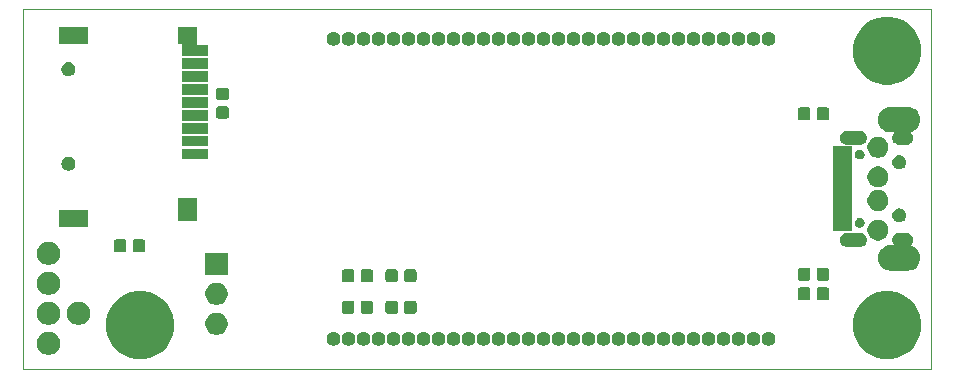
<source format=gbr>
G04 #@! TF.GenerationSoftware,KiCad,Pcbnew,(5.1.5)-3*
G04 #@! TF.CreationDate,2020-07-11T10:03:06+02:00*
G04 #@! TF.ProjectId,switch,73776974-6368-42e6-9b69-6361645f7063,rev?*
G04 #@! TF.SameCoordinates,PX48c2b58PY65ad6b4*
G04 #@! TF.FileFunction,Soldermask,Top*
G04 #@! TF.FilePolarity,Negative*
%FSLAX46Y46*%
G04 Gerber Fmt 4.6, Leading zero omitted, Abs format (unit mm)*
G04 Created by KiCad (PCBNEW (5.1.5)-3) date 2020-07-11 10:03:06*
%MOMM*%
%LPD*%
G04 APERTURE LIST*
%ADD10C,0.050000*%
%ADD11C,0.020000*%
G04 APERTURE END LIST*
D10*
X0Y30480000D02*
X76862000Y30480000D01*
X0Y0D02*
X0Y30480000D01*
X76862000Y0D02*
X0Y0D01*
X76862000Y30480000D02*
X76862000Y0D01*
D11*
G36*
X73994661Y6460881D02*
G01*
X74520407Y6243110D01*
X74914021Y5980105D01*
X74993569Y5926953D01*
X75395953Y5524569D01*
X75395955Y5524566D01*
X75712110Y5051407D01*
X75929881Y4525661D01*
X76040900Y3967532D01*
X76040900Y3398468D01*
X75929881Y2840339D01*
X75712110Y2314593D01*
X75415410Y1870550D01*
X75395953Y1841431D01*
X74993569Y1439047D01*
X74993566Y1439045D01*
X74520407Y1122890D01*
X73994661Y905119D01*
X73436532Y794100D01*
X72867468Y794100D01*
X72309339Y905119D01*
X71783593Y1122890D01*
X71310434Y1439045D01*
X71310431Y1439047D01*
X70908047Y1841431D01*
X70888590Y1870550D01*
X70591890Y2314593D01*
X70374119Y2840339D01*
X70263100Y3398468D01*
X70263100Y3967532D01*
X70374119Y4525661D01*
X70591890Y5051407D01*
X70908045Y5524566D01*
X70908047Y5524569D01*
X71310431Y5926953D01*
X71389979Y5980105D01*
X71783593Y6243110D01*
X72309339Y6460881D01*
X72867468Y6571900D01*
X73436532Y6571900D01*
X73994661Y6460881D01*
G37*
G36*
X10748661Y6460881D02*
G01*
X11274407Y6243110D01*
X11668021Y5980105D01*
X11747569Y5926953D01*
X12149953Y5524569D01*
X12149955Y5524566D01*
X12466110Y5051407D01*
X12683881Y4525661D01*
X12794900Y3967532D01*
X12794900Y3398468D01*
X12683881Y2840339D01*
X12466110Y2314593D01*
X12169410Y1870550D01*
X12149953Y1841431D01*
X11747569Y1439047D01*
X11747566Y1439045D01*
X11274407Y1122890D01*
X10748661Y905119D01*
X10190532Y794100D01*
X9621468Y794100D01*
X9063339Y905119D01*
X8537593Y1122890D01*
X8064434Y1439045D01*
X8064431Y1439047D01*
X7662047Y1841431D01*
X7642590Y1870550D01*
X7345890Y2314593D01*
X7128119Y2840339D01*
X7017100Y3398468D01*
X7017100Y3967532D01*
X7128119Y4525661D01*
X7345890Y5051407D01*
X7662045Y5524566D01*
X7662047Y5524569D01*
X8064431Y5926953D01*
X8143979Y5980105D01*
X8537593Y6243110D01*
X9063339Y6460881D01*
X9621468Y6571900D01*
X10190532Y6571900D01*
X10748661Y6460881D01*
G37*
G36*
X2447452Y3109897D02*
G01*
X2627420Y3035352D01*
X2627423Y3035350D01*
X2789388Y2927129D01*
X2927129Y2789388D01*
X2978987Y2711776D01*
X3035352Y2627420D01*
X3109897Y2447452D01*
X3147900Y2256398D01*
X3147900Y2061602D01*
X3109897Y1870548D01*
X3035352Y1690580D01*
X3035350Y1690577D01*
X2927129Y1528612D01*
X2789388Y1390871D01*
X2627423Y1282650D01*
X2627420Y1282648D01*
X2447452Y1208103D01*
X2256398Y1170100D01*
X2061602Y1170100D01*
X1870548Y1208103D01*
X1690580Y1282648D01*
X1690577Y1282650D01*
X1528612Y1390871D01*
X1390871Y1528612D01*
X1282650Y1690577D01*
X1282648Y1690580D01*
X1208103Y1870548D01*
X1170100Y2061602D01*
X1170100Y2256398D01*
X1208103Y2447452D01*
X1282648Y2627420D01*
X1339013Y2711776D01*
X1390871Y2789388D01*
X1528612Y2927129D01*
X1690577Y3035350D01*
X1690580Y3035352D01*
X1870548Y3109897D01*
X2061602Y3147900D01*
X2256398Y3147900D01*
X2447452Y3109897D01*
G37*
G36*
X54301127Y3126090D02*
G01*
X54400773Y3106270D01*
X54507952Y3061875D01*
X54604403Y2997429D01*
X54686429Y2915403D01*
X54750875Y2818952D01*
X54795270Y2711773D01*
X54817900Y2598001D01*
X54817900Y2481999D01*
X54795270Y2368227D01*
X54750875Y2261048D01*
X54686429Y2164597D01*
X54604403Y2082571D01*
X54507952Y2018125D01*
X54400773Y1973730D01*
X54301127Y1953910D01*
X54287002Y1951100D01*
X54170998Y1951100D01*
X54156873Y1953910D01*
X54057227Y1973730D01*
X53950048Y2018125D01*
X53853597Y2082571D01*
X53771571Y2164597D01*
X53707125Y2261048D01*
X53662730Y2368227D01*
X53640100Y2481999D01*
X53640100Y2598001D01*
X53662730Y2711773D01*
X53707125Y2818952D01*
X53771571Y2915403D01*
X53853597Y2997429D01*
X53950048Y3061875D01*
X54057227Y3106270D01*
X54156873Y3126090D01*
X54170998Y3128900D01*
X54287002Y3128900D01*
X54301127Y3126090D01*
G37*
G36*
X35251127Y3126090D02*
G01*
X35350773Y3106270D01*
X35457952Y3061875D01*
X35554403Y2997429D01*
X35636429Y2915403D01*
X35700875Y2818952D01*
X35745270Y2711773D01*
X35767900Y2598001D01*
X35767900Y2481999D01*
X35745270Y2368227D01*
X35700875Y2261048D01*
X35636429Y2164597D01*
X35554403Y2082571D01*
X35457952Y2018125D01*
X35350773Y1973730D01*
X35251127Y1953910D01*
X35237002Y1951100D01*
X35120998Y1951100D01*
X35106873Y1953910D01*
X35007227Y1973730D01*
X34900048Y2018125D01*
X34803597Y2082571D01*
X34721571Y2164597D01*
X34657125Y2261048D01*
X34612730Y2368227D01*
X34590100Y2481999D01*
X34590100Y2598001D01*
X34612730Y2711773D01*
X34657125Y2818952D01*
X34721571Y2915403D01*
X34803597Y2997429D01*
X34900048Y3061875D01*
X35007227Y3106270D01*
X35106873Y3126090D01*
X35120998Y3128900D01*
X35237002Y3128900D01*
X35251127Y3126090D01*
G37*
G36*
X36521127Y3126090D02*
G01*
X36620773Y3106270D01*
X36727952Y3061875D01*
X36824403Y2997429D01*
X36906429Y2915403D01*
X36970875Y2818952D01*
X37015270Y2711773D01*
X37037900Y2598001D01*
X37037900Y2481999D01*
X37015270Y2368227D01*
X36970875Y2261048D01*
X36906429Y2164597D01*
X36824403Y2082571D01*
X36727952Y2018125D01*
X36620773Y1973730D01*
X36521127Y1953910D01*
X36507002Y1951100D01*
X36390998Y1951100D01*
X36376873Y1953910D01*
X36277227Y1973730D01*
X36170048Y2018125D01*
X36073597Y2082571D01*
X35991571Y2164597D01*
X35927125Y2261048D01*
X35882730Y2368227D01*
X35860100Y2481999D01*
X35860100Y2598001D01*
X35882730Y2711773D01*
X35927125Y2818952D01*
X35991571Y2915403D01*
X36073597Y2997429D01*
X36170048Y3061875D01*
X36277227Y3106270D01*
X36376873Y3126090D01*
X36390998Y3128900D01*
X36507002Y3128900D01*
X36521127Y3126090D01*
G37*
G36*
X37791127Y3126090D02*
G01*
X37890773Y3106270D01*
X37997952Y3061875D01*
X38094403Y2997429D01*
X38176429Y2915403D01*
X38240875Y2818952D01*
X38285270Y2711773D01*
X38307900Y2598001D01*
X38307900Y2481999D01*
X38285270Y2368227D01*
X38240875Y2261048D01*
X38176429Y2164597D01*
X38094403Y2082571D01*
X37997952Y2018125D01*
X37890773Y1973730D01*
X37791127Y1953910D01*
X37777002Y1951100D01*
X37660998Y1951100D01*
X37646873Y1953910D01*
X37547227Y1973730D01*
X37440048Y2018125D01*
X37343597Y2082571D01*
X37261571Y2164597D01*
X37197125Y2261048D01*
X37152730Y2368227D01*
X37130100Y2481999D01*
X37130100Y2598001D01*
X37152730Y2711773D01*
X37197125Y2818952D01*
X37261571Y2915403D01*
X37343597Y2997429D01*
X37440048Y3061875D01*
X37547227Y3106270D01*
X37646873Y3126090D01*
X37660998Y3128900D01*
X37777002Y3128900D01*
X37791127Y3126090D01*
G37*
G36*
X39061127Y3126090D02*
G01*
X39160773Y3106270D01*
X39267952Y3061875D01*
X39364403Y2997429D01*
X39446429Y2915403D01*
X39510875Y2818952D01*
X39555270Y2711773D01*
X39577900Y2598001D01*
X39577900Y2481999D01*
X39555270Y2368227D01*
X39510875Y2261048D01*
X39446429Y2164597D01*
X39364403Y2082571D01*
X39267952Y2018125D01*
X39160773Y1973730D01*
X39061127Y1953910D01*
X39047002Y1951100D01*
X38930998Y1951100D01*
X38916873Y1953910D01*
X38817227Y1973730D01*
X38710048Y2018125D01*
X38613597Y2082571D01*
X38531571Y2164597D01*
X38467125Y2261048D01*
X38422730Y2368227D01*
X38400100Y2481999D01*
X38400100Y2598001D01*
X38422730Y2711773D01*
X38467125Y2818952D01*
X38531571Y2915403D01*
X38613597Y2997429D01*
X38710048Y3061875D01*
X38817227Y3106270D01*
X38916873Y3126090D01*
X38930998Y3128900D01*
X39047002Y3128900D01*
X39061127Y3126090D01*
G37*
G36*
X40331127Y3126090D02*
G01*
X40430773Y3106270D01*
X40537952Y3061875D01*
X40634403Y2997429D01*
X40716429Y2915403D01*
X40780875Y2818952D01*
X40825270Y2711773D01*
X40847900Y2598001D01*
X40847900Y2481999D01*
X40825270Y2368227D01*
X40780875Y2261048D01*
X40716429Y2164597D01*
X40634403Y2082571D01*
X40537952Y2018125D01*
X40430773Y1973730D01*
X40331127Y1953910D01*
X40317002Y1951100D01*
X40200998Y1951100D01*
X40186873Y1953910D01*
X40087227Y1973730D01*
X39980048Y2018125D01*
X39883597Y2082571D01*
X39801571Y2164597D01*
X39737125Y2261048D01*
X39692730Y2368227D01*
X39670100Y2481999D01*
X39670100Y2598001D01*
X39692730Y2711773D01*
X39737125Y2818952D01*
X39801571Y2915403D01*
X39883597Y2997429D01*
X39980048Y3061875D01*
X40087227Y3106270D01*
X40186873Y3126090D01*
X40200998Y3128900D01*
X40317002Y3128900D01*
X40331127Y3126090D01*
G37*
G36*
X41601127Y3126090D02*
G01*
X41700773Y3106270D01*
X41807952Y3061875D01*
X41904403Y2997429D01*
X41986429Y2915403D01*
X42050875Y2818952D01*
X42095270Y2711773D01*
X42117900Y2598001D01*
X42117900Y2481999D01*
X42095270Y2368227D01*
X42050875Y2261048D01*
X41986429Y2164597D01*
X41904403Y2082571D01*
X41807952Y2018125D01*
X41700773Y1973730D01*
X41601127Y1953910D01*
X41587002Y1951100D01*
X41470998Y1951100D01*
X41456873Y1953910D01*
X41357227Y1973730D01*
X41250048Y2018125D01*
X41153597Y2082571D01*
X41071571Y2164597D01*
X41007125Y2261048D01*
X40962730Y2368227D01*
X40940100Y2481999D01*
X40940100Y2598001D01*
X40962730Y2711773D01*
X41007125Y2818952D01*
X41071571Y2915403D01*
X41153597Y2997429D01*
X41250048Y3061875D01*
X41357227Y3106270D01*
X41456873Y3126090D01*
X41470998Y3128900D01*
X41587002Y3128900D01*
X41601127Y3126090D01*
G37*
G36*
X42871127Y3126090D02*
G01*
X42970773Y3106270D01*
X43077952Y3061875D01*
X43174403Y2997429D01*
X43256429Y2915403D01*
X43320875Y2818952D01*
X43365270Y2711773D01*
X43387900Y2598001D01*
X43387900Y2481999D01*
X43365270Y2368227D01*
X43320875Y2261048D01*
X43256429Y2164597D01*
X43174403Y2082571D01*
X43077952Y2018125D01*
X42970773Y1973730D01*
X42871127Y1953910D01*
X42857002Y1951100D01*
X42740998Y1951100D01*
X42726873Y1953910D01*
X42627227Y1973730D01*
X42520048Y2018125D01*
X42423597Y2082571D01*
X42341571Y2164597D01*
X42277125Y2261048D01*
X42232730Y2368227D01*
X42210100Y2481999D01*
X42210100Y2598001D01*
X42232730Y2711773D01*
X42277125Y2818952D01*
X42341571Y2915403D01*
X42423597Y2997429D01*
X42520048Y3061875D01*
X42627227Y3106270D01*
X42726873Y3126090D01*
X42740998Y3128900D01*
X42857002Y3128900D01*
X42871127Y3126090D01*
G37*
G36*
X44141127Y3126090D02*
G01*
X44240773Y3106270D01*
X44347952Y3061875D01*
X44444403Y2997429D01*
X44526429Y2915403D01*
X44590875Y2818952D01*
X44635270Y2711773D01*
X44657900Y2598001D01*
X44657900Y2481999D01*
X44635270Y2368227D01*
X44590875Y2261048D01*
X44526429Y2164597D01*
X44444403Y2082571D01*
X44347952Y2018125D01*
X44240773Y1973730D01*
X44141127Y1953910D01*
X44127002Y1951100D01*
X44010998Y1951100D01*
X43996873Y1953910D01*
X43897227Y1973730D01*
X43790048Y2018125D01*
X43693597Y2082571D01*
X43611571Y2164597D01*
X43547125Y2261048D01*
X43502730Y2368227D01*
X43480100Y2481999D01*
X43480100Y2598001D01*
X43502730Y2711773D01*
X43547125Y2818952D01*
X43611571Y2915403D01*
X43693597Y2997429D01*
X43790048Y3061875D01*
X43897227Y3106270D01*
X43996873Y3126090D01*
X44010998Y3128900D01*
X44127002Y3128900D01*
X44141127Y3126090D01*
G37*
G36*
X45411127Y3126090D02*
G01*
X45510773Y3106270D01*
X45617952Y3061875D01*
X45714403Y2997429D01*
X45796429Y2915403D01*
X45860875Y2818952D01*
X45905270Y2711773D01*
X45927900Y2598001D01*
X45927900Y2481999D01*
X45905270Y2368227D01*
X45860875Y2261048D01*
X45796429Y2164597D01*
X45714403Y2082571D01*
X45617952Y2018125D01*
X45510773Y1973730D01*
X45411127Y1953910D01*
X45397002Y1951100D01*
X45280998Y1951100D01*
X45266873Y1953910D01*
X45167227Y1973730D01*
X45060048Y2018125D01*
X44963597Y2082571D01*
X44881571Y2164597D01*
X44817125Y2261048D01*
X44772730Y2368227D01*
X44750100Y2481999D01*
X44750100Y2598001D01*
X44772730Y2711773D01*
X44817125Y2818952D01*
X44881571Y2915403D01*
X44963597Y2997429D01*
X45060048Y3061875D01*
X45167227Y3106270D01*
X45266873Y3126090D01*
X45280998Y3128900D01*
X45397002Y3128900D01*
X45411127Y3126090D01*
G37*
G36*
X46681127Y3126090D02*
G01*
X46780773Y3106270D01*
X46887952Y3061875D01*
X46984403Y2997429D01*
X47066429Y2915403D01*
X47130875Y2818952D01*
X47175270Y2711773D01*
X47197900Y2598001D01*
X47197900Y2481999D01*
X47175270Y2368227D01*
X47130875Y2261048D01*
X47066429Y2164597D01*
X46984403Y2082571D01*
X46887952Y2018125D01*
X46780773Y1973730D01*
X46681127Y1953910D01*
X46667002Y1951100D01*
X46550998Y1951100D01*
X46536873Y1953910D01*
X46437227Y1973730D01*
X46330048Y2018125D01*
X46233597Y2082571D01*
X46151571Y2164597D01*
X46087125Y2261048D01*
X46042730Y2368227D01*
X46020100Y2481999D01*
X46020100Y2598001D01*
X46042730Y2711773D01*
X46087125Y2818952D01*
X46151571Y2915403D01*
X46233597Y2997429D01*
X46330048Y3061875D01*
X46437227Y3106270D01*
X46536873Y3126090D01*
X46550998Y3128900D01*
X46667002Y3128900D01*
X46681127Y3126090D01*
G37*
G36*
X47951127Y3126090D02*
G01*
X48050773Y3106270D01*
X48157952Y3061875D01*
X48254403Y2997429D01*
X48336429Y2915403D01*
X48400875Y2818952D01*
X48445270Y2711773D01*
X48467900Y2598001D01*
X48467900Y2481999D01*
X48445270Y2368227D01*
X48400875Y2261048D01*
X48336429Y2164597D01*
X48254403Y2082571D01*
X48157952Y2018125D01*
X48050773Y1973730D01*
X47951127Y1953910D01*
X47937002Y1951100D01*
X47820998Y1951100D01*
X47806873Y1953910D01*
X47707227Y1973730D01*
X47600048Y2018125D01*
X47503597Y2082571D01*
X47421571Y2164597D01*
X47357125Y2261048D01*
X47312730Y2368227D01*
X47290100Y2481999D01*
X47290100Y2598001D01*
X47312730Y2711773D01*
X47357125Y2818952D01*
X47421571Y2915403D01*
X47503597Y2997429D01*
X47600048Y3061875D01*
X47707227Y3106270D01*
X47806873Y3126090D01*
X47820998Y3128900D01*
X47937002Y3128900D01*
X47951127Y3126090D01*
G37*
G36*
X49221127Y3126090D02*
G01*
X49320773Y3106270D01*
X49427952Y3061875D01*
X49524403Y2997429D01*
X49606429Y2915403D01*
X49670875Y2818952D01*
X49715270Y2711773D01*
X49737900Y2598001D01*
X49737900Y2481999D01*
X49715270Y2368227D01*
X49670875Y2261048D01*
X49606429Y2164597D01*
X49524403Y2082571D01*
X49427952Y2018125D01*
X49320773Y1973730D01*
X49221127Y1953910D01*
X49207002Y1951100D01*
X49090998Y1951100D01*
X49076873Y1953910D01*
X48977227Y1973730D01*
X48870048Y2018125D01*
X48773597Y2082571D01*
X48691571Y2164597D01*
X48627125Y2261048D01*
X48582730Y2368227D01*
X48560100Y2481999D01*
X48560100Y2598001D01*
X48582730Y2711773D01*
X48627125Y2818952D01*
X48691571Y2915403D01*
X48773597Y2997429D01*
X48870048Y3061875D01*
X48977227Y3106270D01*
X49076873Y3126090D01*
X49090998Y3128900D01*
X49207002Y3128900D01*
X49221127Y3126090D01*
G37*
G36*
X50491127Y3126090D02*
G01*
X50590773Y3106270D01*
X50697952Y3061875D01*
X50794403Y2997429D01*
X50876429Y2915403D01*
X50940875Y2818952D01*
X50985270Y2711773D01*
X51007900Y2598001D01*
X51007900Y2481999D01*
X50985270Y2368227D01*
X50940875Y2261048D01*
X50876429Y2164597D01*
X50794403Y2082571D01*
X50697952Y2018125D01*
X50590773Y1973730D01*
X50491127Y1953910D01*
X50477002Y1951100D01*
X50360998Y1951100D01*
X50346873Y1953910D01*
X50247227Y1973730D01*
X50140048Y2018125D01*
X50043597Y2082571D01*
X49961571Y2164597D01*
X49897125Y2261048D01*
X49852730Y2368227D01*
X49830100Y2481999D01*
X49830100Y2598001D01*
X49852730Y2711773D01*
X49897125Y2818952D01*
X49961571Y2915403D01*
X50043597Y2997429D01*
X50140048Y3061875D01*
X50247227Y3106270D01*
X50346873Y3126090D01*
X50360998Y3128900D01*
X50477002Y3128900D01*
X50491127Y3126090D01*
G37*
G36*
X51761127Y3126090D02*
G01*
X51860773Y3106270D01*
X51967952Y3061875D01*
X52064403Y2997429D01*
X52146429Y2915403D01*
X52210875Y2818952D01*
X52255270Y2711773D01*
X52277900Y2598001D01*
X52277900Y2481999D01*
X52255270Y2368227D01*
X52210875Y2261048D01*
X52146429Y2164597D01*
X52064403Y2082571D01*
X51967952Y2018125D01*
X51860773Y1973730D01*
X51761127Y1953910D01*
X51747002Y1951100D01*
X51630998Y1951100D01*
X51616873Y1953910D01*
X51517227Y1973730D01*
X51410048Y2018125D01*
X51313597Y2082571D01*
X51231571Y2164597D01*
X51167125Y2261048D01*
X51122730Y2368227D01*
X51100100Y2481999D01*
X51100100Y2598001D01*
X51122730Y2711773D01*
X51167125Y2818952D01*
X51231571Y2915403D01*
X51313597Y2997429D01*
X51410048Y3061875D01*
X51517227Y3106270D01*
X51616873Y3126090D01*
X51630998Y3128900D01*
X51747002Y3128900D01*
X51761127Y3126090D01*
G37*
G36*
X28901127Y3126090D02*
G01*
X29000773Y3106270D01*
X29107952Y3061875D01*
X29204403Y2997429D01*
X29286429Y2915403D01*
X29350875Y2818952D01*
X29395270Y2711773D01*
X29417900Y2598001D01*
X29417900Y2481999D01*
X29395270Y2368227D01*
X29350875Y2261048D01*
X29286429Y2164597D01*
X29204403Y2082571D01*
X29107952Y2018125D01*
X29000773Y1973730D01*
X28901127Y1953910D01*
X28887002Y1951100D01*
X28770998Y1951100D01*
X28756873Y1953910D01*
X28657227Y1973730D01*
X28550048Y2018125D01*
X28453597Y2082571D01*
X28371571Y2164597D01*
X28307125Y2261048D01*
X28262730Y2368227D01*
X28240100Y2481999D01*
X28240100Y2598001D01*
X28262730Y2711773D01*
X28307125Y2818952D01*
X28371571Y2915403D01*
X28453597Y2997429D01*
X28550048Y3061875D01*
X28657227Y3106270D01*
X28756873Y3126090D01*
X28770998Y3128900D01*
X28887002Y3128900D01*
X28901127Y3126090D01*
G37*
G36*
X53031127Y3126090D02*
G01*
X53130773Y3106270D01*
X53237952Y3061875D01*
X53334403Y2997429D01*
X53416429Y2915403D01*
X53480875Y2818952D01*
X53525270Y2711773D01*
X53547900Y2598001D01*
X53547900Y2481999D01*
X53525270Y2368227D01*
X53480875Y2261048D01*
X53416429Y2164597D01*
X53334403Y2082571D01*
X53237952Y2018125D01*
X53130773Y1973730D01*
X53031127Y1953910D01*
X53017002Y1951100D01*
X52900998Y1951100D01*
X52886873Y1953910D01*
X52787227Y1973730D01*
X52680048Y2018125D01*
X52583597Y2082571D01*
X52501571Y2164597D01*
X52437125Y2261048D01*
X52392730Y2368227D01*
X52370100Y2481999D01*
X52370100Y2598001D01*
X52392730Y2711773D01*
X52437125Y2818952D01*
X52501571Y2915403D01*
X52583597Y2997429D01*
X52680048Y3061875D01*
X52787227Y3106270D01*
X52886873Y3126090D01*
X52900998Y3128900D01*
X53017002Y3128900D01*
X53031127Y3126090D01*
G37*
G36*
X31441127Y3126090D02*
G01*
X31540773Y3106270D01*
X31647952Y3061875D01*
X31744403Y2997429D01*
X31826429Y2915403D01*
X31890875Y2818952D01*
X31935270Y2711773D01*
X31957900Y2598001D01*
X31957900Y2481999D01*
X31935270Y2368227D01*
X31890875Y2261048D01*
X31826429Y2164597D01*
X31744403Y2082571D01*
X31647952Y2018125D01*
X31540773Y1973730D01*
X31441127Y1953910D01*
X31427002Y1951100D01*
X31310998Y1951100D01*
X31296873Y1953910D01*
X31197227Y1973730D01*
X31090048Y2018125D01*
X30993597Y2082571D01*
X30911571Y2164597D01*
X30847125Y2261048D01*
X30802730Y2368227D01*
X30780100Y2481999D01*
X30780100Y2598001D01*
X30802730Y2711773D01*
X30847125Y2818952D01*
X30911571Y2915403D01*
X30993597Y2997429D01*
X31090048Y3061875D01*
X31197227Y3106270D01*
X31296873Y3126090D01*
X31310998Y3128900D01*
X31427002Y3128900D01*
X31441127Y3126090D01*
G37*
G36*
X32711127Y3126090D02*
G01*
X32810773Y3106270D01*
X32917952Y3061875D01*
X33014403Y2997429D01*
X33096429Y2915403D01*
X33160875Y2818952D01*
X33205270Y2711773D01*
X33227900Y2598001D01*
X33227900Y2481999D01*
X33205270Y2368227D01*
X33160875Y2261048D01*
X33096429Y2164597D01*
X33014403Y2082571D01*
X32917952Y2018125D01*
X32810773Y1973730D01*
X32711127Y1953910D01*
X32697002Y1951100D01*
X32580998Y1951100D01*
X32566873Y1953910D01*
X32467227Y1973730D01*
X32360048Y2018125D01*
X32263597Y2082571D01*
X32181571Y2164597D01*
X32117125Y2261048D01*
X32072730Y2368227D01*
X32050100Y2481999D01*
X32050100Y2598001D01*
X32072730Y2711773D01*
X32117125Y2818952D01*
X32181571Y2915403D01*
X32263597Y2997429D01*
X32360048Y3061875D01*
X32467227Y3106270D01*
X32566873Y3126090D01*
X32580998Y3128900D01*
X32697002Y3128900D01*
X32711127Y3126090D01*
G37*
G36*
X26361127Y3126090D02*
G01*
X26460773Y3106270D01*
X26567952Y3061875D01*
X26664403Y2997429D01*
X26746429Y2915403D01*
X26810875Y2818952D01*
X26855270Y2711773D01*
X26877900Y2598001D01*
X26877900Y2481999D01*
X26855270Y2368227D01*
X26810875Y2261048D01*
X26746429Y2164597D01*
X26664403Y2082571D01*
X26567952Y2018125D01*
X26460773Y1973730D01*
X26361127Y1953910D01*
X26347002Y1951100D01*
X26230998Y1951100D01*
X26216873Y1953910D01*
X26117227Y1973730D01*
X26010048Y2018125D01*
X25913597Y2082571D01*
X25831571Y2164597D01*
X25767125Y2261048D01*
X25722730Y2368227D01*
X25700100Y2481999D01*
X25700100Y2598001D01*
X25722730Y2711773D01*
X25767125Y2818952D01*
X25831571Y2915403D01*
X25913597Y2997429D01*
X26010048Y3061875D01*
X26117227Y3106270D01*
X26216873Y3126090D01*
X26230998Y3128900D01*
X26347002Y3128900D01*
X26361127Y3126090D01*
G37*
G36*
X27631127Y3126090D02*
G01*
X27730773Y3106270D01*
X27837952Y3061875D01*
X27934403Y2997429D01*
X28016429Y2915403D01*
X28080875Y2818952D01*
X28125270Y2711773D01*
X28147900Y2598001D01*
X28147900Y2481999D01*
X28125270Y2368227D01*
X28080875Y2261048D01*
X28016429Y2164597D01*
X27934403Y2082571D01*
X27837952Y2018125D01*
X27730773Y1973730D01*
X27631127Y1953910D01*
X27617002Y1951100D01*
X27500998Y1951100D01*
X27486873Y1953910D01*
X27387227Y1973730D01*
X27280048Y2018125D01*
X27183597Y2082571D01*
X27101571Y2164597D01*
X27037125Y2261048D01*
X26992730Y2368227D01*
X26970100Y2481999D01*
X26970100Y2598001D01*
X26992730Y2711773D01*
X27037125Y2818952D01*
X27101571Y2915403D01*
X27183597Y2997429D01*
X27280048Y3061875D01*
X27387227Y3106270D01*
X27486873Y3126090D01*
X27500998Y3128900D01*
X27617002Y3128900D01*
X27631127Y3126090D01*
G37*
G36*
X30171127Y3126090D02*
G01*
X30270773Y3106270D01*
X30377952Y3061875D01*
X30474403Y2997429D01*
X30556429Y2915403D01*
X30620875Y2818952D01*
X30665270Y2711773D01*
X30687900Y2598001D01*
X30687900Y2481999D01*
X30665270Y2368227D01*
X30620875Y2261048D01*
X30556429Y2164597D01*
X30474403Y2082571D01*
X30377952Y2018125D01*
X30270773Y1973730D01*
X30171127Y1953910D01*
X30157002Y1951100D01*
X30040998Y1951100D01*
X30026873Y1953910D01*
X29927227Y1973730D01*
X29820048Y2018125D01*
X29723597Y2082571D01*
X29641571Y2164597D01*
X29577125Y2261048D01*
X29532730Y2368227D01*
X29510100Y2481999D01*
X29510100Y2598001D01*
X29532730Y2711773D01*
X29577125Y2818952D01*
X29641571Y2915403D01*
X29723597Y2997429D01*
X29820048Y3061875D01*
X29927227Y3106270D01*
X30026873Y3126090D01*
X30040998Y3128900D01*
X30157002Y3128900D01*
X30171127Y3126090D01*
G37*
G36*
X63191127Y3126090D02*
G01*
X63290773Y3106270D01*
X63397952Y3061875D01*
X63494403Y2997429D01*
X63576429Y2915403D01*
X63640875Y2818952D01*
X63685270Y2711773D01*
X63707900Y2598001D01*
X63707900Y2481999D01*
X63685270Y2368227D01*
X63640875Y2261048D01*
X63576429Y2164597D01*
X63494403Y2082571D01*
X63397952Y2018125D01*
X63290773Y1973730D01*
X63191127Y1953910D01*
X63177002Y1951100D01*
X63060998Y1951100D01*
X63046873Y1953910D01*
X62947227Y1973730D01*
X62840048Y2018125D01*
X62743597Y2082571D01*
X62661571Y2164597D01*
X62597125Y2261048D01*
X62552730Y2368227D01*
X62530100Y2481999D01*
X62530100Y2598001D01*
X62552730Y2711773D01*
X62597125Y2818952D01*
X62661571Y2915403D01*
X62743597Y2997429D01*
X62840048Y3061875D01*
X62947227Y3106270D01*
X63046873Y3126090D01*
X63060998Y3128900D01*
X63177002Y3128900D01*
X63191127Y3126090D01*
G37*
G36*
X61921127Y3126090D02*
G01*
X62020773Y3106270D01*
X62127952Y3061875D01*
X62224403Y2997429D01*
X62306429Y2915403D01*
X62370875Y2818952D01*
X62415270Y2711773D01*
X62437900Y2598001D01*
X62437900Y2481999D01*
X62415270Y2368227D01*
X62370875Y2261048D01*
X62306429Y2164597D01*
X62224403Y2082571D01*
X62127952Y2018125D01*
X62020773Y1973730D01*
X61921127Y1953910D01*
X61907002Y1951100D01*
X61790998Y1951100D01*
X61776873Y1953910D01*
X61677227Y1973730D01*
X61570048Y2018125D01*
X61473597Y2082571D01*
X61391571Y2164597D01*
X61327125Y2261048D01*
X61282730Y2368227D01*
X61260100Y2481999D01*
X61260100Y2598001D01*
X61282730Y2711773D01*
X61327125Y2818952D01*
X61391571Y2915403D01*
X61473597Y2997429D01*
X61570048Y3061875D01*
X61677227Y3106270D01*
X61776873Y3126090D01*
X61790998Y3128900D01*
X61907002Y3128900D01*
X61921127Y3126090D01*
G37*
G36*
X60651127Y3126090D02*
G01*
X60750773Y3106270D01*
X60857952Y3061875D01*
X60954403Y2997429D01*
X61036429Y2915403D01*
X61100875Y2818952D01*
X61145270Y2711773D01*
X61167900Y2598001D01*
X61167900Y2481999D01*
X61145270Y2368227D01*
X61100875Y2261048D01*
X61036429Y2164597D01*
X60954403Y2082571D01*
X60857952Y2018125D01*
X60750773Y1973730D01*
X60651127Y1953910D01*
X60637002Y1951100D01*
X60520998Y1951100D01*
X60506873Y1953910D01*
X60407227Y1973730D01*
X60300048Y2018125D01*
X60203597Y2082571D01*
X60121571Y2164597D01*
X60057125Y2261048D01*
X60012730Y2368227D01*
X59990100Y2481999D01*
X59990100Y2598001D01*
X60012730Y2711773D01*
X60057125Y2818952D01*
X60121571Y2915403D01*
X60203597Y2997429D01*
X60300048Y3061875D01*
X60407227Y3106270D01*
X60506873Y3126090D01*
X60520998Y3128900D01*
X60637002Y3128900D01*
X60651127Y3126090D01*
G37*
G36*
X59381127Y3126090D02*
G01*
X59480773Y3106270D01*
X59587952Y3061875D01*
X59684403Y2997429D01*
X59766429Y2915403D01*
X59830875Y2818952D01*
X59875270Y2711773D01*
X59897900Y2598001D01*
X59897900Y2481999D01*
X59875270Y2368227D01*
X59830875Y2261048D01*
X59766429Y2164597D01*
X59684403Y2082571D01*
X59587952Y2018125D01*
X59480773Y1973730D01*
X59381127Y1953910D01*
X59367002Y1951100D01*
X59250998Y1951100D01*
X59236873Y1953910D01*
X59137227Y1973730D01*
X59030048Y2018125D01*
X58933597Y2082571D01*
X58851571Y2164597D01*
X58787125Y2261048D01*
X58742730Y2368227D01*
X58720100Y2481999D01*
X58720100Y2598001D01*
X58742730Y2711773D01*
X58787125Y2818952D01*
X58851571Y2915403D01*
X58933597Y2997429D01*
X59030048Y3061875D01*
X59137227Y3106270D01*
X59236873Y3126090D01*
X59250998Y3128900D01*
X59367002Y3128900D01*
X59381127Y3126090D01*
G37*
G36*
X58111127Y3126090D02*
G01*
X58210773Y3106270D01*
X58317952Y3061875D01*
X58414403Y2997429D01*
X58496429Y2915403D01*
X58560875Y2818952D01*
X58605270Y2711773D01*
X58627900Y2598001D01*
X58627900Y2481999D01*
X58605270Y2368227D01*
X58560875Y2261048D01*
X58496429Y2164597D01*
X58414403Y2082571D01*
X58317952Y2018125D01*
X58210773Y1973730D01*
X58111127Y1953910D01*
X58097002Y1951100D01*
X57980998Y1951100D01*
X57966873Y1953910D01*
X57867227Y1973730D01*
X57760048Y2018125D01*
X57663597Y2082571D01*
X57581571Y2164597D01*
X57517125Y2261048D01*
X57472730Y2368227D01*
X57450100Y2481999D01*
X57450100Y2598001D01*
X57472730Y2711773D01*
X57517125Y2818952D01*
X57581571Y2915403D01*
X57663597Y2997429D01*
X57760048Y3061875D01*
X57867227Y3106270D01*
X57966873Y3126090D01*
X57980998Y3128900D01*
X58097002Y3128900D01*
X58111127Y3126090D01*
G37*
G36*
X56841127Y3126090D02*
G01*
X56940773Y3106270D01*
X57047952Y3061875D01*
X57144403Y2997429D01*
X57226429Y2915403D01*
X57290875Y2818952D01*
X57335270Y2711773D01*
X57357900Y2598001D01*
X57357900Y2481999D01*
X57335270Y2368227D01*
X57290875Y2261048D01*
X57226429Y2164597D01*
X57144403Y2082571D01*
X57047952Y2018125D01*
X56940773Y1973730D01*
X56841127Y1953910D01*
X56827002Y1951100D01*
X56710998Y1951100D01*
X56696873Y1953910D01*
X56597227Y1973730D01*
X56490048Y2018125D01*
X56393597Y2082571D01*
X56311571Y2164597D01*
X56247125Y2261048D01*
X56202730Y2368227D01*
X56180100Y2481999D01*
X56180100Y2598001D01*
X56202730Y2711773D01*
X56247125Y2818952D01*
X56311571Y2915403D01*
X56393597Y2997429D01*
X56490048Y3061875D01*
X56597227Y3106270D01*
X56696873Y3126090D01*
X56710998Y3128900D01*
X56827002Y3128900D01*
X56841127Y3126090D01*
G37*
G36*
X55571127Y3126090D02*
G01*
X55670773Y3106270D01*
X55777952Y3061875D01*
X55874403Y2997429D01*
X55956429Y2915403D01*
X56020875Y2818952D01*
X56065270Y2711773D01*
X56087900Y2598001D01*
X56087900Y2481999D01*
X56065270Y2368227D01*
X56020875Y2261048D01*
X55956429Y2164597D01*
X55874403Y2082571D01*
X55777952Y2018125D01*
X55670773Y1973730D01*
X55571127Y1953910D01*
X55557002Y1951100D01*
X55440998Y1951100D01*
X55426873Y1953910D01*
X55327227Y1973730D01*
X55220048Y2018125D01*
X55123597Y2082571D01*
X55041571Y2164597D01*
X54977125Y2261048D01*
X54932730Y2368227D01*
X54910100Y2481999D01*
X54910100Y2598001D01*
X54932730Y2711773D01*
X54977125Y2818952D01*
X55041571Y2915403D01*
X55123597Y2997429D01*
X55220048Y3061875D01*
X55327227Y3106270D01*
X55426873Y3126090D01*
X55440998Y3128900D01*
X55557002Y3128900D01*
X55571127Y3126090D01*
G37*
G36*
X33981127Y3126090D02*
G01*
X34080773Y3106270D01*
X34187952Y3061875D01*
X34284403Y2997429D01*
X34366429Y2915403D01*
X34430875Y2818952D01*
X34475270Y2711773D01*
X34497900Y2598001D01*
X34497900Y2481999D01*
X34475270Y2368227D01*
X34430875Y2261048D01*
X34366429Y2164597D01*
X34284403Y2082571D01*
X34187952Y2018125D01*
X34080773Y1973730D01*
X33981127Y1953910D01*
X33967002Y1951100D01*
X33850998Y1951100D01*
X33836873Y1953910D01*
X33737227Y1973730D01*
X33630048Y2018125D01*
X33533597Y2082571D01*
X33451571Y2164597D01*
X33387125Y2261048D01*
X33342730Y2368227D01*
X33320100Y2481999D01*
X33320100Y2598001D01*
X33342730Y2711773D01*
X33387125Y2818952D01*
X33451571Y2915403D01*
X33533597Y2997429D01*
X33630048Y3061875D01*
X33737227Y3106270D01*
X33836873Y3126090D01*
X33850998Y3128900D01*
X33967002Y3128900D01*
X33981127Y3126090D01*
G37*
G36*
X16656867Y4712819D02*
G01*
X16827736Y4642042D01*
X16981514Y4539291D01*
X17112291Y4408514D01*
X17215042Y4254736D01*
X17285819Y4083867D01*
X17321900Y3902474D01*
X17321900Y3717526D01*
X17285819Y3536133D01*
X17215042Y3365264D01*
X17112291Y3211486D01*
X16981514Y3080709D01*
X16827736Y2977958D01*
X16656867Y2907181D01*
X16475474Y2871100D01*
X16290526Y2871100D01*
X16109133Y2907181D01*
X15938264Y2977958D01*
X15784486Y3080709D01*
X15653709Y3211486D01*
X15550958Y3365264D01*
X15480181Y3536133D01*
X15444100Y3717526D01*
X15444100Y3902474D01*
X15480181Y4083867D01*
X15550958Y4254736D01*
X15653709Y4408514D01*
X15784486Y4539291D01*
X15938264Y4642042D01*
X16109133Y4712819D01*
X16290526Y4748900D01*
X16475474Y4748900D01*
X16656867Y4712819D01*
G37*
G36*
X2447452Y5649897D02*
G01*
X2627420Y5575352D01*
X2627423Y5575350D01*
X2789388Y5467129D01*
X2927129Y5329388D01*
X3035350Y5167423D01*
X3035352Y5167420D01*
X3109897Y4987452D01*
X3147900Y4796398D01*
X3147900Y4601602D01*
X3109897Y4410548D01*
X3035352Y4230580D01*
X3035350Y4230577D01*
X2927129Y4068612D01*
X2789388Y3930871D01*
X2627423Y3822650D01*
X2627420Y3822648D01*
X2447452Y3748103D01*
X2256398Y3710100D01*
X2061602Y3710100D01*
X1870548Y3748103D01*
X1690580Y3822648D01*
X1690577Y3822650D01*
X1528612Y3930871D01*
X1390871Y4068612D01*
X1282650Y4230577D01*
X1282648Y4230580D01*
X1208103Y4410548D01*
X1170100Y4601602D01*
X1170100Y4796398D01*
X1208103Y4987452D01*
X1282648Y5167420D01*
X1282650Y5167423D01*
X1390871Y5329388D01*
X1528612Y5467129D01*
X1690577Y5575350D01*
X1690580Y5575352D01*
X1870548Y5649897D01*
X2061602Y5687900D01*
X2256398Y5687900D01*
X2447452Y5649897D01*
G37*
G36*
X4987452Y5649897D02*
G01*
X5167420Y5575352D01*
X5167423Y5575350D01*
X5329388Y5467129D01*
X5467129Y5329388D01*
X5575350Y5167423D01*
X5575352Y5167420D01*
X5649897Y4987452D01*
X5687900Y4796398D01*
X5687900Y4601602D01*
X5649897Y4410548D01*
X5575352Y4230580D01*
X5575350Y4230577D01*
X5467129Y4068612D01*
X5329388Y3930871D01*
X5167423Y3822650D01*
X5167420Y3822648D01*
X4987452Y3748103D01*
X4796398Y3710100D01*
X4601602Y3710100D01*
X4410548Y3748103D01*
X4230580Y3822648D01*
X4230577Y3822650D01*
X4068612Y3930871D01*
X3930871Y4068612D01*
X3822650Y4230577D01*
X3822648Y4230580D01*
X3748103Y4410548D01*
X3710100Y4601602D01*
X3710100Y4796398D01*
X3748103Y4987452D01*
X3822648Y5167420D01*
X3822650Y5167423D01*
X3930871Y5329388D01*
X4068612Y5467129D01*
X4230577Y5575350D01*
X4230580Y5575352D01*
X4410548Y5649897D01*
X4601602Y5687900D01*
X4796398Y5687900D01*
X4987452Y5649897D01*
G37*
G36*
X27865895Y5766059D02*
G01*
X27911058Y5752358D01*
X27952684Y5730109D01*
X27989168Y5700168D01*
X28019109Y5663684D01*
X28041358Y5622058D01*
X28055059Y5576895D01*
X28059900Y5527741D01*
X28059900Y4886259D01*
X28055059Y4837105D01*
X28041358Y4791942D01*
X28019109Y4750316D01*
X27989168Y4713832D01*
X27952684Y4683891D01*
X27911058Y4661642D01*
X27865895Y4647941D01*
X27816741Y4643100D01*
X27250259Y4643100D01*
X27201105Y4647941D01*
X27155942Y4661642D01*
X27114316Y4683891D01*
X27077832Y4713832D01*
X27047891Y4750316D01*
X27025642Y4791942D01*
X27011941Y4837105D01*
X27007100Y4886259D01*
X27007100Y5527741D01*
X27011941Y5576895D01*
X27025642Y5622058D01*
X27047891Y5663684D01*
X27077832Y5700168D01*
X27114316Y5730109D01*
X27155942Y5752358D01*
X27201105Y5766059D01*
X27250259Y5770900D01*
X27816741Y5770900D01*
X27865895Y5766059D01*
G37*
G36*
X29440895Y5766059D02*
G01*
X29486058Y5752358D01*
X29527684Y5730109D01*
X29564168Y5700168D01*
X29594109Y5663684D01*
X29616358Y5622058D01*
X29630059Y5576895D01*
X29634900Y5527741D01*
X29634900Y4886259D01*
X29630059Y4837105D01*
X29616358Y4791942D01*
X29594109Y4750316D01*
X29564168Y4713832D01*
X29527684Y4683891D01*
X29486058Y4661642D01*
X29440895Y4647941D01*
X29391741Y4643100D01*
X28825259Y4643100D01*
X28776105Y4647941D01*
X28730942Y4661642D01*
X28689316Y4683891D01*
X28652832Y4713832D01*
X28622891Y4750316D01*
X28600642Y4791942D01*
X28586941Y4837105D01*
X28582100Y4886259D01*
X28582100Y5527741D01*
X28586941Y5576895D01*
X28600642Y5622058D01*
X28622891Y5663684D01*
X28652832Y5700168D01*
X28689316Y5730109D01*
X28730942Y5752358D01*
X28776105Y5766059D01*
X28825259Y5770900D01*
X29391741Y5770900D01*
X29440895Y5766059D01*
G37*
G36*
X33123895Y5766059D02*
G01*
X33169058Y5752358D01*
X33210684Y5730109D01*
X33247168Y5700168D01*
X33277109Y5663684D01*
X33299358Y5622058D01*
X33313059Y5576895D01*
X33317900Y5527741D01*
X33317900Y4886259D01*
X33313059Y4837105D01*
X33299358Y4791942D01*
X33277109Y4750316D01*
X33247168Y4713832D01*
X33210684Y4683891D01*
X33169058Y4661642D01*
X33123895Y4647941D01*
X33074741Y4643100D01*
X32508259Y4643100D01*
X32459105Y4647941D01*
X32413942Y4661642D01*
X32372316Y4683891D01*
X32335832Y4713832D01*
X32305891Y4750316D01*
X32283642Y4791942D01*
X32269941Y4837105D01*
X32265100Y4886259D01*
X32265100Y5527741D01*
X32269941Y5576895D01*
X32283642Y5622058D01*
X32305891Y5663684D01*
X32335832Y5700168D01*
X32372316Y5730109D01*
X32413942Y5752358D01*
X32459105Y5766059D01*
X32508259Y5770900D01*
X33074741Y5770900D01*
X33123895Y5766059D01*
G37*
G36*
X31548895Y5766059D02*
G01*
X31594058Y5752358D01*
X31635684Y5730109D01*
X31672168Y5700168D01*
X31702109Y5663684D01*
X31724358Y5622058D01*
X31738059Y5576895D01*
X31742900Y5527741D01*
X31742900Y4886259D01*
X31738059Y4837105D01*
X31724358Y4791942D01*
X31702109Y4750316D01*
X31672168Y4713832D01*
X31635684Y4683891D01*
X31594058Y4661642D01*
X31548895Y4647941D01*
X31499741Y4643100D01*
X30933259Y4643100D01*
X30884105Y4647941D01*
X30838942Y4661642D01*
X30797316Y4683891D01*
X30760832Y4713832D01*
X30730891Y4750316D01*
X30708642Y4791942D01*
X30694941Y4837105D01*
X30690100Y4886259D01*
X30690100Y5527741D01*
X30694941Y5576895D01*
X30708642Y5622058D01*
X30730891Y5663684D01*
X30760832Y5700168D01*
X30797316Y5730109D01*
X30838942Y5752358D01*
X30884105Y5766059D01*
X30933259Y5770900D01*
X31499741Y5770900D01*
X31548895Y5766059D01*
G37*
G36*
X16656867Y7252819D02*
G01*
X16827736Y7182042D01*
X16981514Y7079291D01*
X17112291Y6948514D01*
X17215042Y6794736D01*
X17285819Y6623867D01*
X17321900Y6442474D01*
X17321900Y6257526D01*
X17285819Y6076133D01*
X17215042Y5905264D01*
X17112291Y5751486D01*
X16981514Y5620709D01*
X16827736Y5517958D01*
X16656867Y5447181D01*
X16475474Y5411100D01*
X16290526Y5411100D01*
X16109133Y5447181D01*
X15938264Y5517958D01*
X15784486Y5620709D01*
X15653709Y5751486D01*
X15550958Y5905264D01*
X15480181Y6076133D01*
X15444100Y6257526D01*
X15444100Y6442474D01*
X15480181Y6623867D01*
X15550958Y6794736D01*
X15653709Y6948514D01*
X15784486Y7079291D01*
X15938264Y7182042D01*
X16109133Y7252819D01*
X16290526Y7288900D01*
X16475474Y7288900D01*
X16656867Y7252819D01*
G37*
G36*
X66473895Y6909059D02*
G01*
X66519058Y6895358D01*
X66560684Y6873109D01*
X66597168Y6843168D01*
X66627109Y6806684D01*
X66649358Y6765058D01*
X66663059Y6719895D01*
X66667900Y6670741D01*
X66667900Y6029259D01*
X66663059Y5980105D01*
X66649358Y5934942D01*
X66627109Y5893316D01*
X66597168Y5856832D01*
X66560684Y5826891D01*
X66519058Y5804642D01*
X66473895Y5790941D01*
X66424741Y5786100D01*
X65858259Y5786100D01*
X65809105Y5790941D01*
X65763942Y5804642D01*
X65722316Y5826891D01*
X65685832Y5856832D01*
X65655891Y5893316D01*
X65633642Y5934942D01*
X65619941Y5980105D01*
X65615100Y6029259D01*
X65615100Y6670741D01*
X65619941Y6719895D01*
X65633642Y6765058D01*
X65655891Y6806684D01*
X65685832Y6843168D01*
X65722316Y6873109D01*
X65763942Y6895358D01*
X65809105Y6909059D01*
X65858259Y6913900D01*
X66424741Y6913900D01*
X66473895Y6909059D01*
G37*
G36*
X68048895Y6909059D02*
G01*
X68094058Y6895358D01*
X68135684Y6873109D01*
X68172168Y6843168D01*
X68202109Y6806684D01*
X68224358Y6765058D01*
X68238059Y6719895D01*
X68242900Y6670741D01*
X68242900Y6029259D01*
X68238059Y5980105D01*
X68224358Y5934942D01*
X68202109Y5893316D01*
X68172168Y5856832D01*
X68135684Y5826891D01*
X68094058Y5804642D01*
X68048895Y5790941D01*
X67999741Y5786100D01*
X67433259Y5786100D01*
X67384105Y5790941D01*
X67338942Y5804642D01*
X67297316Y5826891D01*
X67260832Y5856832D01*
X67230891Y5893316D01*
X67208642Y5934942D01*
X67194941Y5980105D01*
X67190100Y6029259D01*
X67190100Y6670741D01*
X67194941Y6719895D01*
X67208642Y6765058D01*
X67230891Y6806684D01*
X67260832Y6843168D01*
X67297316Y6873109D01*
X67338942Y6895358D01*
X67384105Y6909059D01*
X67433259Y6913900D01*
X67999741Y6913900D01*
X68048895Y6909059D01*
G37*
G36*
X2447452Y8189897D02*
G01*
X2627420Y8115352D01*
X2627423Y8115350D01*
X2789388Y8007129D01*
X2927129Y7869388D01*
X3035350Y7707423D01*
X3035352Y7707420D01*
X3109897Y7527452D01*
X3147900Y7336398D01*
X3147900Y7141602D01*
X3109897Y6950548D01*
X3035352Y6770580D01*
X3035350Y6770577D01*
X2927129Y6608612D01*
X2789388Y6470871D01*
X2627423Y6362650D01*
X2627420Y6362648D01*
X2447452Y6288103D01*
X2256398Y6250100D01*
X2061602Y6250100D01*
X1870548Y6288103D01*
X1690580Y6362648D01*
X1690577Y6362650D01*
X1528612Y6470871D01*
X1390871Y6608612D01*
X1282650Y6770577D01*
X1282648Y6770580D01*
X1208103Y6950548D01*
X1170100Y7141602D01*
X1170100Y7336398D01*
X1208103Y7527452D01*
X1282648Y7707420D01*
X1282650Y7707423D01*
X1390871Y7869388D01*
X1528612Y8007129D01*
X1690577Y8115350D01*
X1690580Y8115352D01*
X1870548Y8189897D01*
X2061602Y8227900D01*
X2256398Y8227900D01*
X2447452Y8189897D01*
G37*
G36*
X33123895Y8433059D02*
G01*
X33169058Y8419358D01*
X33210684Y8397109D01*
X33247168Y8367168D01*
X33277109Y8330684D01*
X33299358Y8289058D01*
X33313059Y8243895D01*
X33317900Y8194741D01*
X33317900Y7553259D01*
X33313059Y7504105D01*
X33299358Y7458942D01*
X33277109Y7417316D01*
X33247168Y7380832D01*
X33210684Y7350891D01*
X33169058Y7328642D01*
X33123895Y7314941D01*
X33074741Y7310100D01*
X32508259Y7310100D01*
X32459105Y7314941D01*
X32413942Y7328642D01*
X32372316Y7350891D01*
X32335832Y7380832D01*
X32305891Y7417316D01*
X32283642Y7458942D01*
X32269941Y7504105D01*
X32265100Y7553259D01*
X32265100Y8194741D01*
X32269941Y8243895D01*
X32283642Y8289058D01*
X32305891Y8330684D01*
X32335832Y8367168D01*
X32372316Y8397109D01*
X32413942Y8419358D01*
X32459105Y8433059D01*
X32508259Y8437900D01*
X33074741Y8437900D01*
X33123895Y8433059D01*
G37*
G36*
X27865895Y8433059D02*
G01*
X27911058Y8419358D01*
X27952684Y8397109D01*
X27989168Y8367168D01*
X28019109Y8330684D01*
X28041358Y8289058D01*
X28055059Y8243895D01*
X28059900Y8194741D01*
X28059900Y7553259D01*
X28055059Y7504105D01*
X28041358Y7458942D01*
X28019109Y7417316D01*
X27989168Y7380832D01*
X27952684Y7350891D01*
X27911058Y7328642D01*
X27865895Y7314941D01*
X27816741Y7310100D01*
X27250259Y7310100D01*
X27201105Y7314941D01*
X27155942Y7328642D01*
X27114316Y7350891D01*
X27077832Y7380832D01*
X27047891Y7417316D01*
X27025642Y7458942D01*
X27011941Y7504105D01*
X27007100Y7553259D01*
X27007100Y8194741D01*
X27011941Y8243895D01*
X27025642Y8289058D01*
X27047891Y8330684D01*
X27077832Y8367168D01*
X27114316Y8397109D01*
X27155942Y8419358D01*
X27201105Y8433059D01*
X27250259Y8437900D01*
X27816741Y8437900D01*
X27865895Y8433059D01*
G37*
G36*
X29440895Y8433059D02*
G01*
X29486058Y8419358D01*
X29527684Y8397109D01*
X29564168Y8367168D01*
X29594109Y8330684D01*
X29616358Y8289058D01*
X29630059Y8243895D01*
X29634900Y8194741D01*
X29634900Y7553259D01*
X29630059Y7504105D01*
X29616358Y7458942D01*
X29594109Y7417316D01*
X29564168Y7380832D01*
X29527684Y7350891D01*
X29486058Y7328642D01*
X29440895Y7314941D01*
X29391741Y7310100D01*
X28825259Y7310100D01*
X28776105Y7314941D01*
X28730942Y7328642D01*
X28689316Y7350891D01*
X28652832Y7380832D01*
X28622891Y7417316D01*
X28600642Y7458942D01*
X28586941Y7504105D01*
X28582100Y7553259D01*
X28582100Y8194741D01*
X28586941Y8243895D01*
X28600642Y8289058D01*
X28622891Y8330684D01*
X28652832Y8367168D01*
X28689316Y8397109D01*
X28730942Y8419358D01*
X28776105Y8433059D01*
X28825259Y8437900D01*
X29391741Y8437900D01*
X29440895Y8433059D01*
G37*
G36*
X31548895Y8433059D02*
G01*
X31594058Y8419358D01*
X31635684Y8397109D01*
X31672168Y8367168D01*
X31702109Y8330684D01*
X31724358Y8289058D01*
X31738059Y8243895D01*
X31742900Y8194741D01*
X31742900Y7553259D01*
X31738059Y7504105D01*
X31724358Y7458942D01*
X31702109Y7417316D01*
X31672168Y7380832D01*
X31635684Y7350891D01*
X31594058Y7328642D01*
X31548895Y7314941D01*
X31499741Y7310100D01*
X30933259Y7310100D01*
X30884105Y7314941D01*
X30838942Y7328642D01*
X30797316Y7350891D01*
X30760832Y7380832D01*
X30730891Y7417316D01*
X30708642Y7458942D01*
X30694941Y7504105D01*
X30690100Y7553259D01*
X30690100Y8194741D01*
X30694941Y8243895D01*
X30708642Y8289058D01*
X30730891Y8330684D01*
X30760832Y8367168D01*
X30797316Y8397109D01*
X30838942Y8419358D01*
X30884105Y8433059D01*
X30933259Y8437900D01*
X31499741Y8437900D01*
X31548895Y8433059D01*
G37*
G36*
X66473895Y8560059D02*
G01*
X66519058Y8546358D01*
X66560684Y8524109D01*
X66597168Y8494168D01*
X66627109Y8457684D01*
X66649358Y8416058D01*
X66663059Y8370895D01*
X66667900Y8321741D01*
X66667900Y7680259D01*
X66663059Y7631105D01*
X66649358Y7585942D01*
X66627109Y7544316D01*
X66597168Y7507832D01*
X66560684Y7477891D01*
X66519058Y7455642D01*
X66473895Y7441941D01*
X66424741Y7437100D01*
X65858259Y7437100D01*
X65809105Y7441941D01*
X65763942Y7455642D01*
X65722316Y7477891D01*
X65685832Y7507832D01*
X65655891Y7544316D01*
X65633642Y7585942D01*
X65619941Y7631105D01*
X65615100Y7680259D01*
X65615100Y8321741D01*
X65619941Y8370895D01*
X65633642Y8416058D01*
X65655891Y8457684D01*
X65685832Y8494168D01*
X65722316Y8524109D01*
X65763942Y8546358D01*
X65809105Y8560059D01*
X65858259Y8564900D01*
X66424741Y8564900D01*
X66473895Y8560059D01*
G37*
G36*
X68048895Y8560059D02*
G01*
X68094058Y8546358D01*
X68135684Y8524109D01*
X68172168Y8494168D01*
X68202109Y8457684D01*
X68224358Y8416058D01*
X68238059Y8370895D01*
X68242900Y8321741D01*
X68242900Y7680259D01*
X68238059Y7631105D01*
X68224358Y7585942D01*
X68202109Y7544316D01*
X68172168Y7507832D01*
X68135684Y7477891D01*
X68094058Y7455642D01*
X68048895Y7441941D01*
X67999741Y7437100D01*
X67433259Y7437100D01*
X67384105Y7441941D01*
X67338942Y7455642D01*
X67297316Y7477891D01*
X67260832Y7507832D01*
X67230891Y7544316D01*
X67208642Y7585942D01*
X67194941Y7631105D01*
X67190100Y7680259D01*
X67190100Y8321741D01*
X67194941Y8370895D01*
X67208642Y8416058D01*
X67230891Y8457684D01*
X67260832Y8494168D01*
X67297316Y8524109D01*
X67338942Y8546358D01*
X67384105Y8560059D01*
X67433259Y8564900D01*
X67999741Y8564900D01*
X68048895Y8560059D01*
G37*
G36*
X17321900Y7951100D02*
G01*
X15444100Y7951100D01*
X15444100Y9828900D01*
X17321900Y9828900D01*
X17321900Y7951100D01*
G37*
G36*
X74904445Y11500379D02*
G01*
X75015453Y11466705D01*
X75015455Y11466704D01*
X75117755Y11412023D01*
X75117756Y11412022D01*
X75117758Y11412021D01*
X75207430Y11338430D01*
X75281021Y11248758D01*
X75335705Y11146453D01*
X75369379Y11035445D01*
X75380749Y10920000D01*
X75369379Y10804555D01*
X75335705Y10693547D01*
X75281021Y10591242D01*
X75207430Y10501570D01*
X75207428Y10501568D01*
X75206500Y10500807D01*
X75200338Y10494646D01*
X75195497Y10487401D01*
X75192162Y10479351D01*
X75190462Y10470805D01*
X75190462Y10462092D01*
X75192162Y10453545D01*
X75195496Y10445495D01*
X75200337Y10438250D01*
X75206498Y10432088D01*
X75213743Y10427247D01*
X75221794Y10423912D01*
X75297722Y10400879D01*
X75486884Y10299769D01*
X75486885Y10299768D01*
X75486887Y10299767D01*
X75652694Y10163694D01*
X75776711Y10012578D01*
X75788769Y9997884D01*
X75889879Y9808722D01*
X75952144Y9603462D01*
X75973168Y9390000D01*
X75952144Y9176538D01*
X75889879Y8971278D01*
X75788769Y8782116D01*
X75788767Y8782113D01*
X75652694Y8616306D01*
X75486887Y8480233D01*
X75486885Y8480232D01*
X75486884Y8480231D01*
X75297722Y8379121D01*
X75108566Y8321741D01*
X75092462Y8316856D01*
X74932487Y8301100D01*
X73425513Y8301100D01*
X73265538Y8316856D01*
X73249434Y8321741D01*
X73060278Y8379121D01*
X72871116Y8480231D01*
X72871115Y8480232D01*
X72871113Y8480233D01*
X72705306Y8616306D01*
X72569233Y8782113D01*
X72569231Y8782116D01*
X72468121Y8971278D01*
X72405856Y9176538D01*
X72384832Y9390000D01*
X72405856Y9603462D01*
X72468121Y9808722D01*
X72569231Y9997884D01*
X72581290Y10012578D01*
X72705306Y10163694D01*
X72871113Y10299767D01*
X72871115Y10299768D01*
X72871116Y10299769D01*
X73060278Y10400879D01*
X73265538Y10463144D01*
X73425513Y10478900D01*
X73695196Y10478900D01*
X73703868Y10479754D01*
X73712206Y10482283D01*
X73719891Y10486391D01*
X73726626Y10491919D01*
X73732154Y10498654D01*
X73736262Y10506339D01*
X73738791Y10514677D01*
X73739645Y10523349D01*
X73738791Y10532021D01*
X73736262Y10540359D01*
X73729558Y10551544D01*
X73712975Y10571751D01*
X73696976Y10591245D01*
X73642296Y10693545D01*
X73635879Y10714700D01*
X73608621Y10804555D01*
X73597251Y10920000D01*
X73608621Y11035445D01*
X73642295Y11146453D01*
X73696979Y11248758D01*
X73770570Y11338430D01*
X73860242Y11412021D01*
X73860244Y11412022D01*
X73860245Y11412023D01*
X73962545Y11466704D01*
X73962547Y11466705D01*
X74073555Y11500379D01*
X74160073Y11508900D01*
X74817927Y11508900D01*
X74904445Y11500379D01*
G37*
G36*
X2447452Y10729897D02*
G01*
X2627420Y10655352D01*
X2627423Y10655350D01*
X2789388Y10547129D01*
X2927129Y10409388D01*
X3000375Y10299767D01*
X3035352Y10247420D01*
X3109897Y10067452D01*
X3147900Y9876398D01*
X3147900Y9681602D01*
X3109897Y9490548D01*
X3035352Y9310580D01*
X3035350Y9310577D01*
X2927129Y9148612D01*
X2789388Y9010871D01*
X2627423Y8902650D01*
X2627420Y8902648D01*
X2447452Y8828103D01*
X2256398Y8790100D01*
X2061602Y8790100D01*
X1870548Y8828103D01*
X1690580Y8902648D01*
X1690577Y8902650D01*
X1528612Y9010871D01*
X1390871Y9148612D01*
X1282650Y9310577D01*
X1282648Y9310580D01*
X1208103Y9490548D01*
X1170100Y9681602D01*
X1170100Y9876398D01*
X1208103Y10067452D01*
X1282648Y10247420D01*
X1317625Y10299767D01*
X1390871Y10409388D01*
X1528612Y10547129D01*
X1690577Y10655350D01*
X1690580Y10655352D01*
X1870548Y10729897D01*
X2061602Y10767900D01*
X2256398Y10767900D01*
X2447452Y10729897D01*
G37*
G36*
X8561895Y10973059D02*
G01*
X8607058Y10959358D01*
X8648684Y10937109D01*
X8685168Y10907168D01*
X8715109Y10870684D01*
X8737358Y10829058D01*
X8751059Y10783895D01*
X8755900Y10734741D01*
X8755900Y10093259D01*
X8751059Y10044105D01*
X8737358Y9998942D01*
X8715109Y9957316D01*
X8685168Y9920832D01*
X8648684Y9890891D01*
X8607058Y9868642D01*
X8561895Y9854941D01*
X8512741Y9850100D01*
X7946259Y9850100D01*
X7897105Y9854941D01*
X7851942Y9868642D01*
X7810316Y9890891D01*
X7773832Y9920832D01*
X7743891Y9957316D01*
X7721642Y9998942D01*
X7707941Y10044105D01*
X7703100Y10093259D01*
X7703100Y10734741D01*
X7707941Y10783895D01*
X7721642Y10829058D01*
X7743891Y10870684D01*
X7773832Y10907168D01*
X7810316Y10937109D01*
X7851942Y10959358D01*
X7897105Y10973059D01*
X7946259Y10977900D01*
X8512741Y10977900D01*
X8561895Y10973059D01*
G37*
G36*
X10136895Y10973059D02*
G01*
X10182058Y10959358D01*
X10223684Y10937109D01*
X10260168Y10907168D01*
X10290109Y10870684D01*
X10312358Y10829058D01*
X10326059Y10783895D01*
X10330900Y10734741D01*
X10330900Y10093259D01*
X10326059Y10044105D01*
X10312358Y9998942D01*
X10290109Y9957316D01*
X10260168Y9920832D01*
X10223684Y9890891D01*
X10182058Y9868642D01*
X10136895Y9854941D01*
X10087741Y9850100D01*
X9521259Y9850100D01*
X9472105Y9854941D01*
X9426942Y9868642D01*
X9385316Y9890891D01*
X9348832Y9920832D01*
X9318891Y9957316D01*
X9296642Y9998942D01*
X9282941Y10044105D01*
X9278100Y10093259D01*
X9278100Y10734741D01*
X9282941Y10783895D01*
X9296642Y10829058D01*
X9318891Y10870684D01*
X9348832Y10907168D01*
X9385316Y10937109D01*
X9426942Y10959358D01*
X9472105Y10973059D01*
X9521259Y10977900D01*
X10087741Y10977900D01*
X10136895Y10973059D01*
G37*
G36*
X70974445Y11500379D02*
G01*
X71085453Y11466705D01*
X71085455Y11466704D01*
X71187755Y11412023D01*
X71187756Y11412022D01*
X71187758Y11412021D01*
X71277430Y11338430D01*
X71351021Y11248758D01*
X71405705Y11146453D01*
X71439379Y11035445D01*
X71450749Y10920000D01*
X71439379Y10804555D01*
X71405705Y10693547D01*
X71351021Y10591242D01*
X71277430Y10501570D01*
X71187758Y10427979D01*
X71187756Y10427978D01*
X71187755Y10427977D01*
X71085455Y10373296D01*
X71085453Y10373295D01*
X70974445Y10339621D01*
X70887927Y10331100D01*
X69730073Y10331100D01*
X69643555Y10339621D01*
X69532547Y10373295D01*
X69532545Y10373296D01*
X69430245Y10427977D01*
X69430244Y10427978D01*
X69430242Y10427979D01*
X69340570Y10501570D01*
X69266979Y10591242D01*
X69212295Y10693547D01*
X69178621Y10804555D01*
X69167251Y10920000D01*
X69178621Y11035445D01*
X69212295Y11146453D01*
X69266979Y11248758D01*
X69340570Y11338430D01*
X69430242Y11412021D01*
X69430244Y11412022D01*
X69430245Y11412023D01*
X69532545Y11466704D01*
X69532547Y11466705D01*
X69643555Y11500379D01*
X69730073Y11508900D01*
X70887927Y11508900D01*
X70974445Y11500379D01*
G37*
G36*
X72638283Y12594740D02*
G01*
X72800052Y12527733D01*
X72945641Y12430454D01*
X73069454Y12306641D01*
X73166733Y12161052D01*
X73233740Y11999283D01*
X73267900Y11827549D01*
X73267900Y11652451D01*
X73233740Y11480717D01*
X73166733Y11318948D01*
X73069454Y11173359D01*
X72945641Y11049546D01*
X72800052Y10952267D01*
X72638283Y10885260D01*
X72466549Y10851100D01*
X72291451Y10851100D01*
X72119717Y10885260D01*
X71957948Y10952267D01*
X71812359Y11049546D01*
X71688546Y11173359D01*
X71591267Y11318948D01*
X71524260Y11480717D01*
X71490100Y11652451D01*
X71490100Y11827549D01*
X71524260Y11999283D01*
X71591267Y12161052D01*
X71688546Y12306641D01*
X71812359Y12430454D01*
X71957948Y12527733D01*
X72119717Y12594740D01*
X72291451Y12628900D01*
X72466549Y12628900D01*
X72638283Y12594740D01*
G37*
G36*
X70207900Y11626100D02*
G01*
X68580100Y11626100D01*
X68580100Y18853900D01*
X70207900Y18853900D01*
X70207900Y11626100D01*
G37*
G36*
X70899620Y12759951D02*
G01*
X70959728Y12747995D01*
X70959731Y12747994D01*
X70959730Y12747994D01*
X71035055Y12716794D01*
X71036171Y12716048D01*
X71102848Y12671496D01*
X71160496Y12613848D01*
X71183299Y12579721D01*
X71205794Y12546055D01*
X71209308Y12537571D01*
X71236995Y12470728D01*
X71252900Y12390765D01*
X71252900Y12309235D01*
X71236995Y12229272D01*
X71236994Y12229270D01*
X71205794Y12153945D01*
X71205793Y12153944D01*
X71160496Y12086152D01*
X71102848Y12028504D01*
X71068721Y12005701D01*
X71035055Y11983206D01*
X70976794Y11959074D01*
X70959728Y11952005D01*
X70899620Y11940049D01*
X70879766Y11936100D01*
X70798234Y11936100D01*
X70778380Y11940049D01*
X70718272Y11952005D01*
X70701206Y11959074D01*
X70642945Y11983206D01*
X70609279Y12005701D01*
X70575152Y12028504D01*
X70517504Y12086152D01*
X70472207Y12153944D01*
X70472206Y12153945D01*
X70441006Y12229270D01*
X70441005Y12229272D01*
X70425100Y12309235D01*
X70425100Y12390765D01*
X70441005Y12470728D01*
X70468692Y12537571D01*
X70472206Y12546055D01*
X70494701Y12579721D01*
X70517504Y12613848D01*
X70575152Y12671496D01*
X70641829Y12716048D01*
X70642945Y12716794D01*
X70718270Y12747994D01*
X70718269Y12747994D01*
X70718272Y12747995D01*
X70778380Y12759951D01*
X70798234Y12763900D01*
X70879766Y12763900D01*
X70899620Y12759951D01*
G37*
G36*
X5484900Y11976100D02*
G01*
X3021100Y11976100D01*
X3021100Y13423900D01*
X5484900Y13423900D01*
X5484900Y11976100D01*
G37*
G36*
X74251127Y13581090D02*
G01*
X74350773Y13561270D01*
X74457952Y13516875D01*
X74554403Y13452429D01*
X74636429Y13370403D01*
X74700875Y13273952D01*
X74745270Y13166773D01*
X74767900Y13053001D01*
X74767900Y12936999D01*
X74745270Y12823227D01*
X74700875Y12716048D01*
X74636429Y12619597D01*
X74554403Y12537571D01*
X74457952Y12473125D01*
X74350773Y12428730D01*
X74251127Y12408910D01*
X74237002Y12406100D01*
X74120998Y12406100D01*
X74106873Y12408910D01*
X74007227Y12428730D01*
X73900048Y12473125D01*
X73803597Y12537571D01*
X73721571Y12619597D01*
X73657125Y12716048D01*
X73612730Y12823227D01*
X73590100Y12936999D01*
X73590100Y13053001D01*
X73612730Y13166773D01*
X73657125Y13273952D01*
X73721571Y13370403D01*
X73803597Y13452429D01*
X73900048Y13516875D01*
X74007227Y13561270D01*
X74106873Y13581090D01*
X74120998Y13583900D01*
X74237002Y13583900D01*
X74251127Y13581090D01*
G37*
G36*
X14692400Y12484100D02*
G01*
X13117600Y12484100D01*
X13117600Y14439900D01*
X14692400Y14439900D01*
X14692400Y12484100D01*
G37*
G36*
X72638283Y15094740D02*
G01*
X72800052Y15027733D01*
X72945641Y14930454D01*
X73069454Y14806641D01*
X73166733Y14661052D01*
X73233740Y14499283D01*
X73267900Y14327549D01*
X73267900Y14152451D01*
X73233740Y13980717D01*
X73166733Y13818948D01*
X73069454Y13673359D01*
X72945641Y13549546D01*
X72800052Y13452267D01*
X72638283Y13385260D01*
X72466549Y13351100D01*
X72291451Y13351100D01*
X72119717Y13385260D01*
X71957948Y13452267D01*
X71812359Y13549546D01*
X71688546Y13673359D01*
X71591267Y13818948D01*
X71524260Y13980717D01*
X71490100Y14152451D01*
X71490100Y14327549D01*
X71524260Y14499283D01*
X71591267Y14661052D01*
X71688546Y14806641D01*
X71812359Y14930454D01*
X71957948Y15027733D01*
X72119717Y15094740D01*
X72291451Y15128900D01*
X72466549Y15128900D01*
X72638283Y15094740D01*
G37*
G36*
X72638283Y17094740D02*
G01*
X72800052Y17027733D01*
X72945641Y16930454D01*
X73069454Y16806641D01*
X73166733Y16661052D01*
X73233740Y16499283D01*
X73267900Y16327549D01*
X73267900Y16152451D01*
X73233740Y15980717D01*
X73166733Y15818948D01*
X73069454Y15673359D01*
X72945641Y15549546D01*
X72800052Y15452267D01*
X72638283Y15385260D01*
X72466549Y15351100D01*
X72291451Y15351100D01*
X72119717Y15385260D01*
X71957948Y15452267D01*
X71812359Y15549546D01*
X71688546Y15673359D01*
X71591267Y15818948D01*
X71524260Y15980717D01*
X71490100Y16152451D01*
X71490100Y16327549D01*
X71524260Y16499283D01*
X71591267Y16661052D01*
X71688546Y16806641D01*
X71812359Y16930454D01*
X71957948Y17027733D01*
X72119717Y17094740D01*
X72291451Y17128900D01*
X72466549Y17128900D01*
X72638283Y17094740D01*
G37*
G36*
X3916127Y17949090D02*
G01*
X4015773Y17929270D01*
X4122952Y17884875D01*
X4219403Y17820429D01*
X4301429Y17738403D01*
X4365875Y17641952D01*
X4410270Y17534773D01*
X4430090Y17435127D01*
X4432900Y17421002D01*
X4432900Y17304998D01*
X4430090Y17290873D01*
X4410270Y17191227D01*
X4365875Y17084048D01*
X4301429Y16987597D01*
X4219403Y16905571D01*
X4122952Y16841125D01*
X4015773Y16796730D01*
X3916127Y16776910D01*
X3902002Y16774100D01*
X3785998Y16774100D01*
X3771873Y16776910D01*
X3672227Y16796730D01*
X3565048Y16841125D01*
X3468597Y16905571D01*
X3386571Y16987597D01*
X3322125Y17084048D01*
X3277730Y17191227D01*
X3257910Y17290873D01*
X3255100Y17304998D01*
X3255100Y17421002D01*
X3257910Y17435127D01*
X3277730Y17534773D01*
X3322125Y17641952D01*
X3386571Y17738403D01*
X3468597Y17820429D01*
X3565048Y17884875D01*
X3672227Y17929270D01*
X3771873Y17949090D01*
X3785998Y17951900D01*
X3902002Y17951900D01*
X3916127Y17949090D01*
G37*
G36*
X74251127Y18071090D02*
G01*
X74350773Y18051270D01*
X74457952Y18006875D01*
X74554403Y17942429D01*
X74636429Y17860403D01*
X74700875Y17763952D01*
X74745270Y17656773D01*
X74767900Y17543001D01*
X74767900Y17426999D01*
X74745270Y17313227D01*
X74700875Y17206048D01*
X74636429Y17109597D01*
X74554403Y17027571D01*
X74457952Y16963125D01*
X74350773Y16918730D01*
X74251127Y16898910D01*
X74237002Y16896100D01*
X74120998Y16896100D01*
X74106873Y16898910D01*
X74007227Y16918730D01*
X73900048Y16963125D01*
X73803597Y17027571D01*
X73721571Y17109597D01*
X73657125Y17206048D01*
X73612730Y17313227D01*
X73590100Y17426999D01*
X73590100Y17543001D01*
X73612730Y17656773D01*
X73657125Y17763952D01*
X73721571Y17860403D01*
X73803597Y17942429D01*
X73900048Y18006875D01*
X74007227Y18051270D01*
X74106873Y18071090D01*
X74120998Y18073900D01*
X74237002Y18073900D01*
X74251127Y18071090D01*
G37*
G36*
X15631900Y17716100D02*
G01*
X13454100Y17716100D01*
X13454100Y18593900D01*
X15631900Y18593900D01*
X15631900Y17716100D01*
G37*
G36*
X70899620Y18539951D02*
G01*
X70959728Y18527995D01*
X70959731Y18527994D01*
X70959730Y18527994D01*
X71035055Y18496794D01*
X71035056Y18496793D01*
X71102848Y18451496D01*
X71160496Y18393848D01*
X71160497Y18393846D01*
X71205794Y18326055D01*
X71208738Y18318947D01*
X71236995Y18250728D01*
X71252900Y18170765D01*
X71252900Y18089235D01*
X71236995Y18009272D01*
X71236002Y18006875D01*
X71205794Y17933945D01*
X71205793Y17933944D01*
X71160496Y17866152D01*
X71102848Y17808504D01*
X71068721Y17785701D01*
X71035055Y17763206D01*
X70976794Y17739074D01*
X70959728Y17732005D01*
X70899620Y17720049D01*
X70879766Y17716100D01*
X70798234Y17716100D01*
X70778380Y17720049D01*
X70718272Y17732005D01*
X70701206Y17739074D01*
X70642945Y17763206D01*
X70609279Y17785701D01*
X70575152Y17808504D01*
X70517504Y17866152D01*
X70472207Y17933944D01*
X70472206Y17933945D01*
X70441998Y18006875D01*
X70441005Y18009272D01*
X70425100Y18089235D01*
X70425100Y18170765D01*
X70441005Y18250728D01*
X70469262Y18318947D01*
X70472206Y18326055D01*
X70517503Y18393846D01*
X70517504Y18393848D01*
X70575152Y18451496D01*
X70642944Y18496793D01*
X70642945Y18496794D01*
X70718270Y18527994D01*
X70718269Y18527994D01*
X70718272Y18527995D01*
X70778380Y18539951D01*
X70798234Y18543900D01*
X70879766Y18543900D01*
X70899620Y18539951D01*
G37*
G36*
X72638283Y19594740D02*
G01*
X72800052Y19527733D01*
X72945641Y19430454D01*
X73069454Y19306641D01*
X73166733Y19161052D01*
X73233740Y18999283D01*
X73267900Y18827549D01*
X73267900Y18652451D01*
X73233740Y18480717D01*
X73166733Y18318948D01*
X73069454Y18173359D01*
X72945641Y18049546D01*
X72800052Y17952267D01*
X72638283Y17885260D01*
X72466549Y17851100D01*
X72291451Y17851100D01*
X72119717Y17885260D01*
X71957948Y17952267D01*
X71812359Y18049546D01*
X71688546Y18173359D01*
X71591267Y18318948D01*
X71524260Y18480717D01*
X71490100Y18652451D01*
X71490100Y18827549D01*
X71524260Y18999283D01*
X71591267Y19161052D01*
X71688546Y19306641D01*
X71812359Y19430454D01*
X71957948Y19527733D01*
X72119717Y19594740D01*
X72291451Y19628900D01*
X72466549Y19628900D01*
X72638283Y19594740D01*
G37*
G36*
X15629900Y18816100D02*
G01*
X13452100Y18816100D01*
X13452100Y19693900D01*
X15629900Y19693900D01*
X15629900Y18816100D01*
G37*
G36*
X75092462Y22163144D02*
G01*
X75297722Y22100879D01*
X75486884Y21999769D01*
X75486885Y21999768D01*
X75486887Y21999767D01*
X75652694Y21863694D01*
X75788769Y21697884D01*
X75889879Y21508722D01*
X75952144Y21303462D01*
X75973168Y21090000D01*
X75952144Y20876538D01*
X75889879Y20671278D01*
X75788769Y20482116D01*
X75788767Y20482113D01*
X75652694Y20316306D01*
X75486887Y20180233D01*
X75486885Y20180232D01*
X75486884Y20180231D01*
X75297722Y20079121D01*
X75221794Y20056088D01*
X75213744Y20052753D01*
X75206499Y20047912D01*
X75200337Y20041751D01*
X75195496Y20034506D01*
X75192162Y20026456D01*
X75190462Y20017910D01*
X75190462Y20009196D01*
X75192162Y20000650D01*
X75195497Y19992600D01*
X75200338Y19985355D01*
X75206499Y19979194D01*
X75207430Y19978430D01*
X75281021Y19888758D01*
X75335705Y19786453D01*
X75369379Y19675445D01*
X75380749Y19560000D01*
X75369379Y19444555D01*
X75335705Y19333547D01*
X75281021Y19231242D01*
X75207430Y19141570D01*
X75117758Y19067979D01*
X75117756Y19067978D01*
X75117755Y19067977D01*
X75015455Y19013296D01*
X75015453Y19013295D01*
X74904445Y18979621D01*
X74817927Y18971100D01*
X74160073Y18971100D01*
X74073555Y18979621D01*
X73962547Y19013295D01*
X73962545Y19013296D01*
X73860245Y19067977D01*
X73860244Y19067978D01*
X73860242Y19067979D01*
X73770570Y19141570D01*
X73696979Y19231242D01*
X73642295Y19333547D01*
X73608621Y19444555D01*
X73597251Y19560000D01*
X73608621Y19675445D01*
X73642295Y19786453D01*
X73642296Y19786455D01*
X73696976Y19888755D01*
X73716135Y19912100D01*
X73729558Y19928457D01*
X73734397Y19935698D01*
X73737731Y19943748D01*
X73739431Y19952294D01*
X73739431Y19961008D01*
X73737731Y19969554D01*
X73734397Y19977604D01*
X73729556Y19984849D01*
X73723394Y19991011D01*
X73716149Y19995852D01*
X73708099Y19999186D01*
X73695196Y20001100D01*
X73425513Y20001100D01*
X73265538Y20016856D01*
X73060278Y20079121D01*
X72871116Y20180231D01*
X72871115Y20180232D01*
X72871113Y20180233D01*
X72705306Y20316306D01*
X72569233Y20482113D01*
X72569231Y20482116D01*
X72468121Y20671278D01*
X72405856Y20876538D01*
X72384832Y21090000D01*
X72405856Y21303462D01*
X72468121Y21508722D01*
X72569231Y21697884D01*
X72705306Y21863694D01*
X72871113Y21999767D01*
X72871115Y21999768D01*
X72871116Y21999769D01*
X73060278Y22100879D01*
X73265538Y22163144D01*
X73425513Y22178900D01*
X74932487Y22178900D01*
X75092462Y22163144D01*
G37*
G36*
X70974445Y20140379D02*
G01*
X71085453Y20106705D01*
X71085455Y20106704D01*
X71187755Y20052023D01*
X71187756Y20052022D01*
X71187758Y20052021D01*
X71277430Y19978430D01*
X71351021Y19888758D01*
X71405705Y19786453D01*
X71439379Y19675445D01*
X71450749Y19560000D01*
X71439379Y19444555D01*
X71405705Y19333547D01*
X71351021Y19231242D01*
X71277430Y19141570D01*
X71187758Y19067979D01*
X71187756Y19067978D01*
X71187755Y19067977D01*
X71085455Y19013296D01*
X71085453Y19013295D01*
X70974445Y18979621D01*
X70887927Y18971100D01*
X69730073Y18971100D01*
X69643555Y18979621D01*
X69532547Y19013295D01*
X69532545Y19013296D01*
X69430245Y19067977D01*
X69430244Y19067978D01*
X69430242Y19067979D01*
X69340570Y19141570D01*
X69266979Y19231242D01*
X69212295Y19333547D01*
X69178621Y19444555D01*
X69167251Y19560000D01*
X69178621Y19675445D01*
X69212295Y19786453D01*
X69266979Y19888758D01*
X69340570Y19978430D01*
X69430242Y20052021D01*
X69430244Y20052022D01*
X69430245Y20052023D01*
X69532545Y20106704D01*
X69532547Y20106705D01*
X69643555Y20140379D01*
X69730073Y20148900D01*
X70887927Y20148900D01*
X70974445Y20140379D01*
G37*
G36*
X15631900Y19912100D02*
G01*
X13454100Y19912100D01*
X13454100Y20789900D01*
X15631900Y20789900D01*
X15631900Y19912100D01*
G37*
G36*
X15631900Y21012100D02*
G01*
X13454100Y21012100D01*
X13454100Y21889900D01*
X15631900Y21889900D01*
X15631900Y21012100D01*
G37*
G36*
X68048895Y22149059D02*
G01*
X68094058Y22135358D01*
X68135684Y22113109D01*
X68172168Y22083168D01*
X68202109Y22046684D01*
X68224358Y22005058D01*
X68238059Y21959895D01*
X68242900Y21910741D01*
X68242900Y21269259D01*
X68238059Y21220105D01*
X68224358Y21174942D01*
X68202109Y21133316D01*
X68172168Y21096832D01*
X68135684Y21066891D01*
X68094058Y21044642D01*
X68048895Y21030941D01*
X67999741Y21026100D01*
X67433259Y21026100D01*
X67384105Y21030941D01*
X67338942Y21044642D01*
X67297316Y21066891D01*
X67260832Y21096832D01*
X67230891Y21133316D01*
X67208642Y21174942D01*
X67194941Y21220105D01*
X67190100Y21269259D01*
X67190100Y21910741D01*
X67194941Y21959895D01*
X67208642Y22005058D01*
X67230891Y22046684D01*
X67260832Y22083168D01*
X67297316Y22113109D01*
X67338942Y22135358D01*
X67384105Y22149059D01*
X67433259Y22153900D01*
X67999741Y22153900D01*
X68048895Y22149059D01*
G37*
G36*
X66473895Y22149059D02*
G01*
X66519058Y22135358D01*
X66560684Y22113109D01*
X66597168Y22083168D01*
X66627109Y22046684D01*
X66649358Y22005058D01*
X66663059Y21959895D01*
X66667900Y21910741D01*
X66667900Y21269259D01*
X66663059Y21220105D01*
X66649358Y21174942D01*
X66627109Y21133316D01*
X66597168Y21096832D01*
X66560684Y21066891D01*
X66519058Y21044642D01*
X66473895Y21030941D01*
X66424741Y21026100D01*
X65858259Y21026100D01*
X65809105Y21030941D01*
X65763942Y21044642D01*
X65722316Y21066891D01*
X65685832Y21096832D01*
X65655891Y21133316D01*
X65633642Y21174942D01*
X65619941Y21220105D01*
X65615100Y21269259D01*
X65615100Y21910741D01*
X65619941Y21959895D01*
X65633642Y22005058D01*
X65655891Y22046684D01*
X65685832Y22083168D01*
X65722316Y22113109D01*
X65763942Y22135358D01*
X65809105Y22149059D01*
X65858259Y22153900D01*
X66424741Y22153900D01*
X66473895Y22149059D01*
G37*
G36*
X17260895Y22213059D02*
G01*
X17306058Y22199358D01*
X17347684Y22177109D01*
X17384168Y22147168D01*
X17414109Y22110684D01*
X17436358Y22069058D01*
X17450059Y22023895D01*
X17454900Y21974741D01*
X17454900Y21408259D01*
X17450059Y21359105D01*
X17436358Y21313942D01*
X17414109Y21272316D01*
X17384168Y21235832D01*
X17347684Y21205891D01*
X17306058Y21183642D01*
X17260895Y21169941D01*
X17211741Y21165100D01*
X16570259Y21165100D01*
X16521105Y21169941D01*
X16475942Y21183642D01*
X16434316Y21205891D01*
X16397832Y21235832D01*
X16367891Y21272316D01*
X16345642Y21313942D01*
X16331941Y21359105D01*
X16327100Y21408259D01*
X16327100Y21974741D01*
X16331941Y22023895D01*
X16345642Y22069058D01*
X16367891Y22110684D01*
X16397832Y22147168D01*
X16434316Y22177109D01*
X16475942Y22199358D01*
X16521105Y22213059D01*
X16570259Y22217900D01*
X17211741Y22217900D01*
X17260895Y22213059D01*
G37*
G36*
X15631900Y22111100D02*
G01*
X13454100Y22111100D01*
X13454100Y22988900D01*
X15631900Y22988900D01*
X15631900Y22111100D01*
G37*
G36*
X17260895Y23788059D02*
G01*
X17306058Y23774358D01*
X17347684Y23752109D01*
X17384168Y23722168D01*
X17414109Y23685684D01*
X17436358Y23644058D01*
X17450059Y23598895D01*
X17454900Y23549741D01*
X17454900Y22983259D01*
X17450059Y22934105D01*
X17436358Y22888942D01*
X17414109Y22847316D01*
X17384168Y22810832D01*
X17347684Y22780891D01*
X17306058Y22758642D01*
X17260895Y22744941D01*
X17211741Y22740100D01*
X16570259Y22740100D01*
X16521105Y22744941D01*
X16475942Y22758642D01*
X16434316Y22780891D01*
X16397832Y22810832D01*
X16367891Y22847316D01*
X16345642Y22888942D01*
X16331941Y22934105D01*
X16327100Y22983259D01*
X16327100Y23549741D01*
X16331941Y23598895D01*
X16345642Y23644058D01*
X16367891Y23685684D01*
X16397832Y23722168D01*
X16434316Y23752109D01*
X16475942Y23774358D01*
X16521105Y23788059D01*
X16570259Y23792900D01*
X17211741Y23792900D01*
X17260895Y23788059D01*
G37*
G36*
X15631900Y23209100D02*
G01*
X13454100Y23209100D01*
X13454100Y24086900D01*
X15631900Y24086900D01*
X15631900Y23209100D01*
G37*
G36*
X73994661Y29701881D02*
G01*
X74520407Y29484110D01*
X74520408Y29484109D01*
X74993569Y29167953D01*
X75395953Y28765569D01*
X75395955Y28765566D01*
X75712110Y28292407D01*
X75929881Y27766661D01*
X76040900Y27208532D01*
X76040900Y26639468D01*
X75929881Y26081339D01*
X75712110Y25555593D01*
X75712109Y25555592D01*
X75395953Y25082431D01*
X74993569Y24680047D01*
X74993566Y24680045D01*
X74520407Y24363890D01*
X73994661Y24146119D01*
X73436532Y24035100D01*
X72867468Y24035100D01*
X72309339Y24146119D01*
X71783593Y24363890D01*
X71310434Y24680045D01*
X71310431Y24680047D01*
X70908047Y25082431D01*
X70591891Y25555592D01*
X70591890Y25555593D01*
X70374119Y26081339D01*
X70263100Y26639468D01*
X70263100Y27208532D01*
X70374119Y27766661D01*
X70591890Y28292407D01*
X70908045Y28765566D01*
X70908047Y28765569D01*
X71310431Y29167953D01*
X71783592Y29484109D01*
X71783593Y29484110D01*
X72309339Y29701881D01*
X72867468Y29812900D01*
X73436532Y29812900D01*
X73994661Y29701881D01*
G37*
G36*
X15631900Y24305100D02*
G01*
X13454100Y24305100D01*
X13454100Y25182900D01*
X15631900Y25182900D01*
X15631900Y24305100D01*
G37*
G36*
X3913127Y25948090D02*
G01*
X4012773Y25928270D01*
X4119952Y25883875D01*
X4216403Y25819429D01*
X4298429Y25737403D01*
X4362875Y25640952D01*
X4407270Y25533773D01*
X4429900Y25420001D01*
X4429900Y25303999D01*
X4407270Y25190227D01*
X4362875Y25083048D01*
X4298429Y24986597D01*
X4216403Y24904571D01*
X4119952Y24840125D01*
X4012773Y24795730D01*
X3913127Y24775910D01*
X3899002Y24773100D01*
X3782998Y24773100D01*
X3768873Y24775910D01*
X3669227Y24795730D01*
X3562048Y24840125D01*
X3465597Y24904571D01*
X3383571Y24986597D01*
X3319125Y25083048D01*
X3274730Y25190227D01*
X3252100Y25303999D01*
X3252100Y25420001D01*
X3274730Y25533773D01*
X3319125Y25640952D01*
X3383571Y25737403D01*
X3465597Y25819429D01*
X3562048Y25883875D01*
X3669227Y25928270D01*
X3768873Y25948090D01*
X3782998Y25950900D01*
X3899002Y25950900D01*
X3913127Y25948090D01*
G37*
G36*
X15631900Y25403100D02*
G01*
X13454100Y25403100D01*
X13454100Y26280900D01*
X15631900Y26280900D01*
X15631900Y25403100D01*
G37*
G36*
X14692400Y27429349D02*
G01*
X14693254Y27420677D01*
X14695783Y27412339D01*
X14699891Y27404654D01*
X14705419Y27397919D01*
X14712154Y27392391D01*
X14719839Y27388283D01*
X14728177Y27385754D01*
X14736849Y27384900D01*
X15631900Y27384900D01*
X15631900Y26507100D01*
X13454100Y26507100D01*
X13454100Y27425651D01*
X13453246Y27434323D01*
X13450717Y27442661D01*
X13446609Y27450346D01*
X13441081Y27457081D01*
X13434346Y27462609D01*
X13426661Y27466717D01*
X13418323Y27469246D01*
X13409651Y27470100D01*
X13117600Y27470100D01*
X13117600Y28917900D01*
X14692400Y28917900D01*
X14692400Y27429349D01*
G37*
G36*
X49221127Y28526090D02*
G01*
X49320773Y28506270D01*
X49427952Y28461875D01*
X49524403Y28397429D01*
X49606429Y28315403D01*
X49670875Y28218952D01*
X49715270Y28111773D01*
X49737900Y27998001D01*
X49737900Y27881999D01*
X49715270Y27768227D01*
X49670875Y27661048D01*
X49606429Y27564597D01*
X49524403Y27482571D01*
X49427952Y27418125D01*
X49320773Y27373730D01*
X49221127Y27353910D01*
X49207002Y27351100D01*
X49090998Y27351100D01*
X49076873Y27353910D01*
X48977227Y27373730D01*
X48870048Y27418125D01*
X48773597Y27482571D01*
X48691571Y27564597D01*
X48627125Y27661048D01*
X48582730Y27768227D01*
X48560100Y27881999D01*
X48560100Y27998001D01*
X48582730Y28111773D01*
X48627125Y28218952D01*
X48691571Y28315403D01*
X48773597Y28397429D01*
X48870048Y28461875D01*
X48977227Y28506270D01*
X49076873Y28526090D01*
X49090998Y28528900D01*
X49207002Y28528900D01*
X49221127Y28526090D01*
G37*
G36*
X50491127Y28526090D02*
G01*
X50590773Y28506270D01*
X50697952Y28461875D01*
X50794403Y28397429D01*
X50876429Y28315403D01*
X50940875Y28218952D01*
X50985270Y28111773D01*
X51007900Y27998001D01*
X51007900Y27881999D01*
X50985270Y27768227D01*
X50940875Y27661048D01*
X50876429Y27564597D01*
X50794403Y27482571D01*
X50697952Y27418125D01*
X50590773Y27373730D01*
X50491127Y27353910D01*
X50477002Y27351100D01*
X50360998Y27351100D01*
X50346873Y27353910D01*
X50247227Y27373730D01*
X50140048Y27418125D01*
X50043597Y27482571D01*
X49961571Y27564597D01*
X49897125Y27661048D01*
X49852730Y27768227D01*
X49830100Y27881999D01*
X49830100Y27998001D01*
X49852730Y28111773D01*
X49897125Y28218952D01*
X49961571Y28315403D01*
X50043597Y28397429D01*
X50140048Y28461875D01*
X50247227Y28506270D01*
X50346873Y28526090D01*
X50360998Y28528900D01*
X50477002Y28528900D01*
X50491127Y28526090D01*
G37*
G36*
X51761127Y28526090D02*
G01*
X51860773Y28506270D01*
X51967952Y28461875D01*
X52064403Y28397429D01*
X52146429Y28315403D01*
X52210875Y28218952D01*
X52255270Y28111773D01*
X52277900Y27998001D01*
X52277900Y27881999D01*
X52255270Y27768227D01*
X52210875Y27661048D01*
X52146429Y27564597D01*
X52064403Y27482571D01*
X51967952Y27418125D01*
X51860773Y27373730D01*
X51761127Y27353910D01*
X51747002Y27351100D01*
X51630998Y27351100D01*
X51616873Y27353910D01*
X51517227Y27373730D01*
X51410048Y27418125D01*
X51313597Y27482571D01*
X51231571Y27564597D01*
X51167125Y27661048D01*
X51122730Y27768227D01*
X51100100Y27881999D01*
X51100100Y27998001D01*
X51122730Y28111773D01*
X51167125Y28218952D01*
X51231571Y28315403D01*
X51313597Y28397429D01*
X51410048Y28461875D01*
X51517227Y28506270D01*
X51616873Y28526090D01*
X51630998Y28528900D01*
X51747002Y28528900D01*
X51761127Y28526090D01*
G37*
G36*
X53031127Y28526090D02*
G01*
X53130773Y28506270D01*
X53237952Y28461875D01*
X53334403Y28397429D01*
X53416429Y28315403D01*
X53480875Y28218952D01*
X53525270Y28111773D01*
X53547900Y27998001D01*
X53547900Y27881999D01*
X53525270Y27768227D01*
X53480875Y27661048D01*
X53416429Y27564597D01*
X53334403Y27482571D01*
X53237952Y27418125D01*
X53130773Y27373730D01*
X53031127Y27353910D01*
X53017002Y27351100D01*
X52900998Y27351100D01*
X52886873Y27353910D01*
X52787227Y27373730D01*
X52680048Y27418125D01*
X52583597Y27482571D01*
X52501571Y27564597D01*
X52437125Y27661048D01*
X52392730Y27768227D01*
X52370100Y27881999D01*
X52370100Y27998001D01*
X52392730Y28111773D01*
X52437125Y28218952D01*
X52501571Y28315403D01*
X52583597Y28397429D01*
X52680048Y28461875D01*
X52787227Y28506270D01*
X52886873Y28526090D01*
X52900998Y28528900D01*
X53017002Y28528900D01*
X53031127Y28526090D01*
G37*
G36*
X54301127Y28526090D02*
G01*
X54400773Y28506270D01*
X54507952Y28461875D01*
X54604403Y28397429D01*
X54686429Y28315403D01*
X54750875Y28218952D01*
X54795270Y28111773D01*
X54817900Y27998001D01*
X54817900Y27881999D01*
X54795270Y27768227D01*
X54750875Y27661048D01*
X54686429Y27564597D01*
X54604403Y27482571D01*
X54507952Y27418125D01*
X54400773Y27373730D01*
X54301127Y27353910D01*
X54287002Y27351100D01*
X54170998Y27351100D01*
X54156873Y27353910D01*
X54057227Y27373730D01*
X53950048Y27418125D01*
X53853597Y27482571D01*
X53771571Y27564597D01*
X53707125Y27661048D01*
X53662730Y27768227D01*
X53640100Y27881999D01*
X53640100Y27998001D01*
X53662730Y28111773D01*
X53707125Y28218952D01*
X53771571Y28315403D01*
X53853597Y28397429D01*
X53950048Y28461875D01*
X54057227Y28506270D01*
X54156873Y28526090D01*
X54170998Y28528900D01*
X54287002Y28528900D01*
X54301127Y28526090D01*
G37*
G36*
X55571127Y28526090D02*
G01*
X55670773Y28506270D01*
X55777952Y28461875D01*
X55874403Y28397429D01*
X55956429Y28315403D01*
X56020875Y28218952D01*
X56065270Y28111773D01*
X56087900Y27998001D01*
X56087900Y27881999D01*
X56065270Y27768227D01*
X56020875Y27661048D01*
X55956429Y27564597D01*
X55874403Y27482571D01*
X55777952Y27418125D01*
X55670773Y27373730D01*
X55571127Y27353910D01*
X55557002Y27351100D01*
X55440998Y27351100D01*
X55426873Y27353910D01*
X55327227Y27373730D01*
X55220048Y27418125D01*
X55123597Y27482571D01*
X55041571Y27564597D01*
X54977125Y27661048D01*
X54932730Y27768227D01*
X54910100Y27881999D01*
X54910100Y27998001D01*
X54932730Y28111773D01*
X54977125Y28218952D01*
X55041571Y28315403D01*
X55123597Y28397429D01*
X55220048Y28461875D01*
X55327227Y28506270D01*
X55426873Y28526090D01*
X55440998Y28528900D01*
X55557002Y28528900D01*
X55571127Y28526090D01*
G37*
G36*
X56841127Y28526090D02*
G01*
X56940773Y28506270D01*
X57047952Y28461875D01*
X57144403Y28397429D01*
X57226429Y28315403D01*
X57290875Y28218952D01*
X57335270Y28111773D01*
X57357900Y27998001D01*
X57357900Y27881999D01*
X57335270Y27768227D01*
X57290875Y27661048D01*
X57226429Y27564597D01*
X57144403Y27482571D01*
X57047952Y27418125D01*
X56940773Y27373730D01*
X56841127Y27353910D01*
X56827002Y27351100D01*
X56710998Y27351100D01*
X56696873Y27353910D01*
X56597227Y27373730D01*
X56490048Y27418125D01*
X56393597Y27482571D01*
X56311571Y27564597D01*
X56247125Y27661048D01*
X56202730Y27768227D01*
X56180100Y27881999D01*
X56180100Y27998001D01*
X56202730Y28111773D01*
X56247125Y28218952D01*
X56311571Y28315403D01*
X56393597Y28397429D01*
X56490048Y28461875D01*
X56597227Y28506270D01*
X56696873Y28526090D01*
X56710998Y28528900D01*
X56827002Y28528900D01*
X56841127Y28526090D01*
G37*
G36*
X58111127Y28526090D02*
G01*
X58210773Y28506270D01*
X58317952Y28461875D01*
X58414403Y28397429D01*
X58496429Y28315403D01*
X58560875Y28218952D01*
X58605270Y28111773D01*
X58627900Y27998001D01*
X58627900Y27881999D01*
X58605270Y27768227D01*
X58560875Y27661048D01*
X58496429Y27564597D01*
X58414403Y27482571D01*
X58317952Y27418125D01*
X58210773Y27373730D01*
X58111127Y27353910D01*
X58097002Y27351100D01*
X57980998Y27351100D01*
X57966873Y27353910D01*
X57867227Y27373730D01*
X57760048Y27418125D01*
X57663597Y27482571D01*
X57581571Y27564597D01*
X57517125Y27661048D01*
X57472730Y27768227D01*
X57450100Y27881999D01*
X57450100Y27998001D01*
X57472730Y28111773D01*
X57517125Y28218952D01*
X57581571Y28315403D01*
X57663597Y28397429D01*
X57760048Y28461875D01*
X57867227Y28506270D01*
X57966873Y28526090D01*
X57980998Y28528900D01*
X58097002Y28528900D01*
X58111127Y28526090D01*
G37*
G36*
X59381127Y28526090D02*
G01*
X59480773Y28506270D01*
X59587952Y28461875D01*
X59684403Y28397429D01*
X59766429Y28315403D01*
X59830875Y28218952D01*
X59875270Y28111773D01*
X59897900Y27998001D01*
X59897900Y27881999D01*
X59875270Y27768227D01*
X59830875Y27661048D01*
X59766429Y27564597D01*
X59684403Y27482571D01*
X59587952Y27418125D01*
X59480773Y27373730D01*
X59381127Y27353910D01*
X59367002Y27351100D01*
X59250998Y27351100D01*
X59236873Y27353910D01*
X59137227Y27373730D01*
X59030048Y27418125D01*
X58933597Y27482571D01*
X58851571Y27564597D01*
X58787125Y27661048D01*
X58742730Y27768227D01*
X58720100Y27881999D01*
X58720100Y27998001D01*
X58742730Y28111773D01*
X58787125Y28218952D01*
X58851571Y28315403D01*
X58933597Y28397429D01*
X59030048Y28461875D01*
X59137227Y28506270D01*
X59236873Y28526090D01*
X59250998Y28528900D01*
X59367002Y28528900D01*
X59381127Y28526090D01*
G37*
G36*
X60651127Y28526090D02*
G01*
X60750773Y28506270D01*
X60857952Y28461875D01*
X60954403Y28397429D01*
X61036429Y28315403D01*
X61100875Y28218952D01*
X61145270Y28111773D01*
X61167900Y27998001D01*
X61167900Y27881999D01*
X61145270Y27768227D01*
X61100875Y27661048D01*
X61036429Y27564597D01*
X60954403Y27482571D01*
X60857952Y27418125D01*
X60750773Y27373730D01*
X60651127Y27353910D01*
X60637002Y27351100D01*
X60520998Y27351100D01*
X60506873Y27353910D01*
X60407227Y27373730D01*
X60300048Y27418125D01*
X60203597Y27482571D01*
X60121571Y27564597D01*
X60057125Y27661048D01*
X60012730Y27768227D01*
X59990100Y27881999D01*
X59990100Y27998001D01*
X60012730Y28111773D01*
X60057125Y28218952D01*
X60121571Y28315403D01*
X60203597Y28397429D01*
X60300048Y28461875D01*
X60407227Y28506270D01*
X60506873Y28526090D01*
X60520998Y28528900D01*
X60637002Y28528900D01*
X60651127Y28526090D01*
G37*
G36*
X61921127Y28526090D02*
G01*
X62020773Y28506270D01*
X62127952Y28461875D01*
X62224403Y28397429D01*
X62306429Y28315403D01*
X62370875Y28218952D01*
X62415270Y28111773D01*
X62437900Y27998001D01*
X62437900Y27881999D01*
X62415270Y27768227D01*
X62370875Y27661048D01*
X62306429Y27564597D01*
X62224403Y27482571D01*
X62127952Y27418125D01*
X62020773Y27373730D01*
X61921127Y27353910D01*
X61907002Y27351100D01*
X61790998Y27351100D01*
X61776873Y27353910D01*
X61677227Y27373730D01*
X61570048Y27418125D01*
X61473597Y27482571D01*
X61391571Y27564597D01*
X61327125Y27661048D01*
X61282730Y27768227D01*
X61260100Y27881999D01*
X61260100Y27998001D01*
X61282730Y28111773D01*
X61327125Y28218952D01*
X61391571Y28315403D01*
X61473597Y28397429D01*
X61570048Y28461875D01*
X61677227Y28506270D01*
X61776873Y28526090D01*
X61790998Y28528900D01*
X61907002Y28528900D01*
X61921127Y28526090D01*
G37*
G36*
X63191127Y28526090D02*
G01*
X63290773Y28506270D01*
X63397952Y28461875D01*
X63494403Y28397429D01*
X63576429Y28315403D01*
X63640875Y28218952D01*
X63685270Y28111773D01*
X63707900Y27998001D01*
X63707900Y27881999D01*
X63685270Y27768227D01*
X63640875Y27661048D01*
X63576429Y27564597D01*
X63494403Y27482571D01*
X63397952Y27418125D01*
X63290773Y27373730D01*
X63191127Y27353910D01*
X63177002Y27351100D01*
X63060998Y27351100D01*
X63046873Y27353910D01*
X62947227Y27373730D01*
X62840048Y27418125D01*
X62743597Y27482571D01*
X62661571Y27564597D01*
X62597125Y27661048D01*
X62552730Y27768227D01*
X62530100Y27881999D01*
X62530100Y27998001D01*
X62552730Y28111773D01*
X62597125Y28218952D01*
X62661571Y28315403D01*
X62743597Y28397429D01*
X62840048Y28461875D01*
X62947227Y28506270D01*
X63046873Y28526090D01*
X63060998Y28528900D01*
X63177002Y28528900D01*
X63191127Y28526090D01*
G37*
G36*
X35251127Y28526090D02*
G01*
X35350773Y28506270D01*
X35457952Y28461875D01*
X35554403Y28397429D01*
X35636429Y28315403D01*
X35700875Y28218952D01*
X35745270Y28111773D01*
X35767900Y27998001D01*
X35767900Y27881999D01*
X35745270Y27768227D01*
X35700875Y27661048D01*
X35636429Y27564597D01*
X35554403Y27482571D01*
X35457952Y27418125D01*
X35350773Y27373730D01*
X35251127Y27353910D01*
X35237002Y27351100D01*
X35120998Y27351100D01*
X35106873Y27353910D01*
X35007227Y27373730D01*
X34900048Y27418125D01*
X34803597Y27482571D01*
X34721571Y27564597D01*
X34657125Y27661048D01*
X34612730Y27768227D01*
X34590100Y27881999D01*
X34590100Y27998001D01*
X34612730Y28111773D01*
X34657125Y28218952D01*
X34721571Y28315403D01*
X34803597Y28397429D01*
X34900048Y28461875D01*
X35007227Y28506270D01*
X35106873Y28526090D01*
X35120998Y28528900D01*
X35237002Y28528900D01*
X35251127Y28526090D01*
G37*
G36*
X28901127Y28526090D02*
G01*
X29000773Y28506270D01*
X29107952Y28461875D01*
X29204403Y28397429D01*
X29286429Y28315403D01*
X29350875Y28218952D01*
X29395270Y28111773D01*
X29417900Y27998001D01*
X29417900Y27881999D01*
X29395270Y27768227D01*
X29350875Y27661048D01*
X29286429Y27564597D01*
X29204403Y27482571D01*
X29107952Y27418125D01*
X29000773Y27373730D01*
X28901127Y27353910D01*
X28887002Y27351100D01*
X28770998Y27351100D01*
X28756873Y27353910D01*
X28657227Y27373730D01*
X28550048Y27418125D01*
X28453597Y27482571D01*
X28371571Y27564597D01*
X28307125Y27661048D01*
X28262730Y27768227D01*
X28240100Y27881999D01*
X28240100Y27998001D01*
X28262730Y28111773D01*
X28307125Y28218952D01*
X28371571Y28315403D01*
X28453597Y28397429D01*
X28550048Y28461875D01*
X28657227Y28506270D01*
X28756873Y28526090D01*
X28770998Y28528900D01*
X28887002Y28528900D01*
X28901127Y28526090D01*
G37*
G36*
X26361127Y28526090D02*
G01*
X26460773Y28506270D01*
X26567952Y28461875D01*
X26664403Y28397429D01*
X26746429Y28315403D01*
X26810875Y28218952D01*
X26855270Y28111773D01*
X26877900Y27998001D01*
X26877900Y27881999D01*
X26855270Y27768227D01*
X26810875Y27661048D01*
X26746429Y27564597D01*
X26664403Y27482571D01*
X26567952Y27418125D01*
X26460773Y27373730D01*
X26361127Y27353910D01*
X26347002Y27351100D01*
X26230998Y27351100D01*
X26216873Y27353910D01*
X26117227Y27373730D01*
X26010048Y27418125D01*
X25913597Y27482571D01*
X25831571Y27564597D01*
X25767125Y27661048D01*
X25722730Y27768227D01*
X25700100Y27881999D01*
X25700100Y27998001D01*
X25722730Y28111773D01*
X25767125Y28218952D01*
X25831571Y28315403D01*
X25913597Y28397429D01*
X26010048Y28461875D01*
X26117227Y28506270D01*
X26216873Y28526090D01*
X26230998Y28528900D01*
X26347002Y28528900D01*
X26361127Y28526090D01*
G37*
G36*
X47951127Y28526090D02*
G01*
X48050773Y28506270D01*
X48157952Y28461875D01*
X48254403Y28397429D01*
X48336429Y28315403D01*
X48400875Y28218952D01*
X48445270Y28111773D01*
X48467900Y27998001D01*
X48467900Y27881999D01*
X48445270Y27768227D01*
X48400875Y27661048D01*
X48336429Y27564597D01*
X48254403Y27482571D01*
X48157952Y27418125D01*
X48050773Y27373730D01*
X47951127Y27353910D01*
X47937002Y27351100D01*
X47820998Y27351100D01*
X47806873Y27353910D01*
X47707227Y27373730D01*
X47600048Y27418125D01*
X47503597Y27482571D01*
X47421571Y27564597D01*
X47357125Y27661048D01*
X47312730Y27768227D01*
X47290100Y27881999D01*
X47290100Y27998001D01*
X47312730Y28111773D01*
X47357125Y28218952D01*
X47421571Y28315403D01*
X47503597Y28397429D01*
X47600048Y28461875D01*
X47707227Y28506270D01*
X47806873Y28526090D01*
X47820998Y28528900D01*
X47937002Y28528900D01*
X47951127Y28526090D01*
G37*
G36*
X46681127Y28526090D02*
G01*
X46780773Y28506270D01*
X46887952Y28461875D01*
X46984403Y28397429D01*
X47066429Y28315403D01*
X47130875Y28218952D01*
X47175270Y28111773D01*
X47197900Y27998001D01*
X47197900Y27881999D01*
X47175270Y27768227D01*
X47130875Y27661048D01*
X47066429Y27564597D01*
X46984403Y27482571D01*
X46887952Y27418125D01*
X46780773Y27373730D01*
X46681127Y27353910D01*
X46667002Y27351100D01*
X46550998Y27351100D01*
X46536873Y27353910D01*
X46437227Y27373730D01*
X46330048Y27418125D01*
X46233597Y27482571D01*
X46151571Y27564597D01*
X46087125Y27661048D01*
X46042730Y27768227D01*
X46020100Y27881999D01*
X46020100Y27998001D01*
X46042730Y28111773D01*
X46087125Y28218952D01*
X46151571Y28315403D01*
X46233597Y28397429D01*
X46330048Y28461875D01*
X46437227Y28506270D01*
X46536873Y28526090D01*
X46550998Y28528900D01*
X46667002Y28528900D01*
X46681127Y28526090D01*
G37*
G36*
X45411127Y28526090D02*
G01*
X45510773Y28506270D01*
X45617952Y28461875D01*
X45714403Y28397429D01*
X45796429Y28315403D01*
X45860875Y28218952D01*
X45905270Y28111773D01*
X45927900Y27998001D01*
X45927900Y27881999D01*
X45905270Y27768227D01*
X45860875Y27661048D01*
X45796429Y27564597D01*
X45714403Y27482571D01*
X45617952Y27418125D01*
X45510773Y27373730D01*
X45411127Y27353910D01*
X45397002Y27351100D01*
X45280998Y27351100D01*
X45266873Y27353910D01*
X45167227Y27373730D01*
X45060048Y27418125D01*
X44963597Y27482571D01*
X44881571Y27564597D01*
X44817125Y27661048D01*
X44772730Y27768227D01*
X44750100Y27881999D01*
X44750100Y27998001D01*
X44772730Y28111773D01*
X44817125Y28218952D01*
X44881571Y28315403D01*
X44963597Y28397429D01*
X45060048Y28461875D01*
X45167227Y28506270D01*
X45266873Y28526090D01*
X45280998Y28528900D01*
X45397002Y28528900D01*
X45411127Y28526090D01*
G37*
G36*
X30171127Y28526090D02*
G01*
X30270773Y28506270D01*
X30377952Y28461875D01*
X30474403Y28397429D01*
X30556429Y28315403D01*
X30620875Y28218952D01*
X30665270Y28111773D01*
X30687900Y27998001D01*
X30687900Y27881999D01*
X30665270Y27768227D01*
X30620875Y27661048D01*
X30556429Y27564597D01*
X30474403Y27482571D01*
X30377952Y27418125D01*
X30270773Y27373730D01*
X30171127Y27353910D01*
X30157002Y27351100D01*
X30040998Y27351100D01*
X30026873Y27353910D01*
X29927227Y27373730D01*
X29820048Y27418125D01*
X29723597Y27482571D01*
X29641571Y27564597D01*
X29577125Y27661048D01*
X29532730Y27768227D01*
X29510100Y27881999D01*
X29510100Y27998001D01*
X29532730Y28111773D01*
X29577125Y28218952D01*
X29641571Y28315403D01*
X29723597Y28397429D01*
X29820048Y28461875D01*
X29927227Y28506270D01*
X30026873Y28526090D01*
X30040998Y28528900D01*
X30157002Y28528900D01*
X30171127Y28526090D01*
G37*
G36*
X44141127Y28526090D02*
G01*
X44240773Y28506270D01*
X44347952Y28461875D01*
X44444403Y28397429D01*
X44526429Y28315403D01*
X44590875Y28218952D01*
X44635270Y28111773D01*
X44657900Y27998001D01*
X44657900Y27881999D01*
X44635270Y27768227D01*
X44590875Y27661048D01*
X44526429Y27564597D01*
X44444403Y27482571D01*
X44347952Y27418125D01*
X44240773Y27373730D01*
X44141127Y27353910D01*
X44127002Y27351100D01*
X44010998Y27351100D01*
X43996873Y27353910D01*
X43897227Y27373730D01*
X43790048Y27418125D01*
X43693597Y27482571D01*
X43611571Y27564597D01*
X43547125Y27661048D01*
X43502730Y27768227D01*
X43480100Y27881999D01*
X43480100Y27998001D01*
X43502730Y28111773D01*
X43547125Y28218952D01*
X43611571Y28315403D01*
X43693597Y28397429D01*
X43790048Y28461875D01*
X43897227Y28506270D01*
X43996873Y28526090D01*
X44010998Y28528900D01*
X44127002Y28528900D01*
X44141127Y28526090D01*
G37*
G36*
X42871127Y28526090D02*
G01*
X42970773Y28506270D01*
X43077952Y28461875D01*
X43174403Y28397429D01*
X43256429Y28315403D01*
X43320875Y28218952D01*
X43365270Y28111773D01*
X43387900Y27998001D01*
X43387900Y27881999D01*
X43365270Y27768227D01*
X43320875Y27661048D01*
X43256429Y27564597D01*
X43174403Y27482571D01*
X43077952Y27418125D01*
X42970773Y27373730D01*
X42871127Y27353910D01*
X42857002Y27351100D01*
X42740998Y27351100D01*
X42726873Y27353910D01*
X42627227Y27373730D01*
X42520048Y27418125D01*
X42423597Y27482571D01*
X42341571Y27564597D01*
X42277125Y27661048D01*
X42232730Y27768227D01*
X42210100Y27881999D01*
X42210100Y27998001D01*
X42232730Y28111773D01*
X42277125Y28218952D01*
X42341571Y28315403D01*
X42423597Y28397429D01*
X42520048Y28461875D01*
X42627227Y28506270D01*
X42726873Y28526090D01*
X42740998Y28528900D01*
X42857002Y28528900D01*
X42871127Y28526090D01*
G37*
G36*
X41601127Y28526090D02*
G01*
X41700773Y28506270D01*
X41807952Y28461875D01*
X41904403Y28397429D01*
X41986429Y28315403D01*
X42050875Y28218952D01*
X42095270Y28111773D01*
X42117900Y27998001D01*
X42117900Y27881999D01*
X42095270Y27768227D01*
X42050875Y27661048D01*
X41986429Y27564597D01*
X41904403Y27482571D01*
X41807952Y27418125D01*
X41700773Y27373730D01*
X41601127Y27353910D01*
X41587002Y27351100D01*
X41470998Y27351100D01*
X41456873Y27353910D01*
X41357227Y27373730D01*
X41250048Y27418125D01*
X41153597Y27482571D01*
X41071571Y27564597D01*
X41007125Y27661048D01*
X40962730Y27768227D01*
X40940100Y27881999D01*
X40940100Y27998001D01*
X40962730Y28111773D01*
X41007125Y28218952D01*
X41071571Y28315403D01*
X41153597Y28397429D01*
X41250048Y28461875D01*
X41357227Y28506270D01*
X41456873Y28526090D01*
X41470998Y28528900D01*
X41587002Y28528900D01*
X41601127Y28526090D01*
G37*
G36*
X40331127Y28526090D02*
G01*
X40430773Y28506270D01*
X40537952Y28461875D01*
X40634403Y28397429D01*
X40716429Y28315403D01*
X40780875Y28218952D01*
X40825270Y28111773D01*
X40847900Y27998001D01*
X40847900Y27881999D01*
X40825270Y27768227D01*
X40780875Y27661048D01*
X40716429Y27564597D01*
X40634403Y27482571D01*
X40537952Y27418125D01*
X40430773Y27373730D01*
X40331127Y27353910D01*
X40317002Y27351100D01*
X40200998Y27351100D01*
X40186873Y27353910D01*
X40087227Y27373730D01*
X39980048Y27418125D01*
X39883597Y27482571D01*
X39801571Y27564597D01*
X39737125Y27661048D01*
X39692730Y27768227D01*
X39670100Y27881999D01*
X39670100Y27998001D01*
X39692730Y28111773D01*
X39737125Y28218952D01*
X39801571Y28315403D01*
X39883597Y28397429D01*
X39980048Y28461875D01*
X40087227Y28506270D01*
X40186873Y28526090D01*
X40200998Y28528900D01*
X40317002Y28528900D01*
X40331127Y28526090D01*
G37*
G36*
X39061127Y28526090D02*
G01*
X39160773Y28506270D01*
X39267952Y28461875D01*
X39364403Y28397429D01*
X39446429Y28315403D01*
X39510875Y28218952D01*
X39555270Y28111773D01*
X39577900Y27998001D01*
X39577900Y27881999D01*
X39555270Y27768227D01*
X39510875Y27661048D01*
X39446429Y27564597D01*
X39364403Y27482571D01*
X39267952Y27418125D01*
X39160773Y27373730D01*
X39061127Y27353910D01*
X39047002Y27351100D01*
X38930998Y27351100D01*
X38916873Y27353910D01*
X38817227Y27373730D01*
X38710048Y27418125D01*
X38613597Y27482571D01*
X38531571Y27564597D01*
X38467125Y27661048D01*
X38422730Y27768227D01*
X38400100Y27881999D01*
X38400100Y27998001D01*
X38422730Y28111773D01*
X38467125Y28218952D01*
X38531571Y28315403D01*
X38613597Y28397429D01*
X38710048Y28461875D01*
X38817227Y28506270D01*
X38916873Y28526090D01*
X38930998Y28528900D01*
X39047002Y28528900D01*
X39061127Y28526090D01*
G37*
G36*
X37791127Y28526090D02*
G01*
X37890773Y28506270D01*
X37997952Y28461875D01*
X38094403Y28397429D01*
X38176429Y28315403D01*
X38240875Y28218952D01*
X38285270Y28111773D01*
X38307900Y27998001D01*
X38307900Y27881999D01*
X38285270Y27768227D01*
X38240875Y27661048D01*
X38176429Y27564597D01*
X38094403Y27482571D01*
X37997952Y27418125D01*
X37890773Y27373730D01*
X37791127Y27353910D01*
X37777002Y27351100D01*
X37660998Y27351100D01*
X37646873Y27353910D01*
X37547227Y27373730D01*
X37440048Y27418125D01*
X37343597Y27482571D01*
X37261571Y27564597D01*
X37197125Y27661048D01*
X37152730Y27768227D01*
X37130100Y27881999D01*
X37130100Y27998001D01*
X37152730Y28111773D01*
X37197125Y28218952D01*
X37261571Y28315403D01*
X37343597Y28397429D01*
X37440048Y28461875D01*
X37547227Y28506270D01*
X37646873Y28526090D01*
X37660998Y28528900D01*
X37777002Y28528900D01*
X37791127Y28526090D01*
G37*
G36*
X27631127Y28526090D02*
G01*
X27730773Y28506270D01*
X27837952Y28461875D01*
X27934403Y28397429D01*
X28016429Y28315403D01*
X28080875Y28218952D01*
X28125270Y28111773D01*
X28147900Y27998001D01*
X28147900Y27881999D01*
X28125270Y27768227D01*
X28080875Y27661048D01*
X28016429Y27564597D01*
X27934403Y27482571D01*
X27837952Y27418125D01*
X27730773Y27373730D01*
X27631127Y27353910D01*
X27617002Y27351100D01*
X27500998Y27351100D01*
X27486873Y27353910D01*
X27387227Y27373730D01*
X27280048Y27418125D01*
X27183597Y27482571D01*
X27101571Y27564597D01*
X27037125Y27661048D01*
X26992730Y27768227D01*
X26970100Y27881999D01*
X26970100Y27998001D01*
X26992730Y28111773D01*
X27037125Y28218952D01*
X27101571Y28315403D01*
X27183597Y28397429D01*
X27280048Y28461875D01*
X27387227Y28506270D01*
X27486873Y28526090D01*
X27500998Y28528900D01*
X27617002Y28528900D01*
X27631127Y28526090D01*
G37*
G36*
X31441127Y28526090D02*
G01*
X31540773Y28506270D01*
X31647952Y28461875D01*
X31744403Y28397429D01*
X31826429Y28315403D01*
X31890875Y28218952D01*
X31935270Y28111773D01*
X31957900Y27998001D01*
X31957900Y27881999D01*
X31935270Y27768227D01*
X31890875Y27661048D01*
X31826429Y27564597D01*
X31744403Y27482571D01*
X31647952Y27418125D01*
X31540773Y27373730D01*
X31441127Y27353910D01*
X31427002Y27351100D01*
X31310998Y27351100D01*
X31296873Y27353910D01*
X31197227Y27373730D01*
X31090048Y27418125D01*
X30993597Y27482571D01*
X30911571Y27564597D01*
X30847125Y27661048D01*
X30802730Y27768227D01*
X30780100Y27881999D01*
X30780100Y27998001D01*
X30802730Y28111773D01*
X30847125Y28218952D01*
X30911571Y28315403D01*
X30993597Y28397429D01*
X31090048Y28461875D01*
X31197227Y28506270D01*
X31296873Y28526090D01*
X31310998Y28528900D01*
X31427002Y28528900D01*
X31441127Y28526090D01*
G37*
G36*
X36521127Y28526090D02*
G01*
X36620773Y28506270D01*
X36727952Y28461875D01*
X36824403Y28397429D01*
X36906429Y28315403D01*
X36970875Y28218952D01*
X37015270Y28111773D01*
X37037900Y27998001D01*
X37037900Y27881999D01*
X37015270Y27768227D01*
X36970875Y27661048D01*
X36906429Y27564597D01*
X36824403Y27482571D01*
X36727952Y27418125D01*
X36620773Y27373730D01*
X36521127Y27353910D01*
X36507002Y27351100D01*
X36390998Y27351100D01*
X36376873Y27353910D01*
X36277227Y27373730D01*
X36170048Y27418125D01*
X36073597Y27482571D01*
X35991571Y27564597D01*
X35927125Y27661048D01*
X35882730Y27768227D01*
X35860100Y27881999D01*
X35860100Y27998001D01*
X35882730Y28111773D01*
X35927125Y28218952D01*
X35991571Y28315403D01*
X36073597Y28397429D01*
X36170048Y28461875D01*
X36277227Y28506270D01*
X36376873Y28526090D01*
X36390998Y28528900D01*
X36507002Y28528900D01*
X36521127Y28526090D01*
G37*
G36*
X33981127Y28526090D02*
G01*
X34080773Y28506270D01*
X34187952Y28461875D01*
X34284403Y28397429D01*
X34366429Y28315403D01*
X34430875Y28218952D01*
X34475270Y28111773D01*
X34497900Y27998001D01*
X34497900Y27881999D01*
X34475270Y27768227D01*
X34430875Y27661048D01*
X34366429Y27564597D01*
X34284403Y27482571D01*
X34187952Y27418125D01*
X34080773Y27373730D01*
X33981127Y27353910D01*
X33967002Y27351100D01*
X33850998Y27351100D01*
X33836873Y27353910D01*
X33737227Y27373730D01*
X33630048Y27418125D01*
X33533597Y27482571D01*
X33451571Y27564597D01*
X33387125Y27661048D01*
X33342730Y27768227D01*
X33320100Y27881999D01*
X33320100Y27998001D01*
X33342730Y28111773D01*
X33387125Y28218952D01*
X33451571Y28315403D01*
X33533597Y28397429D01*
X33630048Y28461875D01*
X33737227Y28506270D01*
X33836873Y28526090D01*
X33850998Y28528900D01*
X33967002Y28528900D01*
X33981127Y28526090D01*
G37*
G36*
X32711127Y28526090D02*
G01*
X32810773Y28506270D01*
X32917952Y28461875D01*
X33014403Y28397429D01*
X33096429Y28315403D01*
X33160875Y28218952D01*
X33205270Y28111773D01*
X33227900Y27998001D01*
X33227900Y27881999D01*
X33205270Y27768227D01*
X33160875Y27661048D01*
X33096429Y27564597D01*
X33014403Y27482571D01*
X32917952Y27418125D01*
X32810773Y27373730D01*
X32711127Y27353910D01*
X32697002Y27351100D01*
X32580998Y27351100D01*
X32566873Y27353910D01*
X32467227Y27373730D01*
X32360048Y27418125D01*
X32263597Y27482571D01*
X32181571Y27564597D01*
X32117125Y27661048D01*
X32072730Y27768227D01*
X32050100Y27881999D01*
X32050100Y27998001D01*
X32072730Y28111773D01*
X32117125Y28218952D01*
X32181571Y28315403D01*
X32263597Y28397429D01*
X32360048Y28461875D01*
X32467227Y28506270D01*
X32566873Y28526090D01*
X32580998Y28528900D01*
X32697002Y28528900D01*
X32711127Y28526090D01*
G37*
G36*
X5484900Y27470100D02*
G01*
X3021100Y27470100D01*
X3021100Y28917900D01*
X5484900Y28917900D01*
X5484900Y27470100D01*
G37*
M02*

</source>
